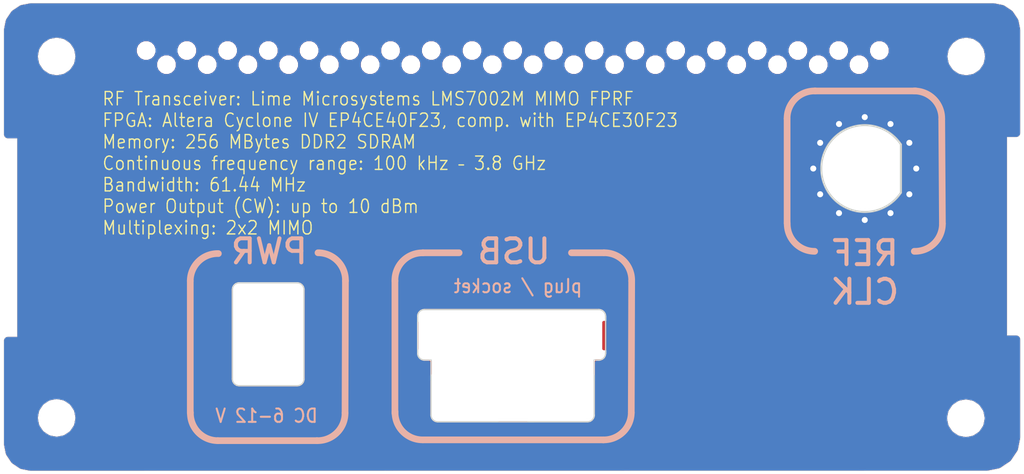
<source format=kicad_pcb>
(kicad_pcb (version 20160815) (host pcbnew "(2016-09-17 revision 679eef1)-makepkg")

  (general
    (links 16)
    (no_connects 0)
    (area 25.619999 92.929999 101.630001 127.950001)
    (thickness 1.6)
    (drawings 295)
    (tracks 0)
    (zones 0)
    (modules 43)
    (nets 2)
  )

  (page A4)
  (layers
    (0 F.Cu signal)
    (31 B.Cu signal)
    (32 B.Adhes user)
    (33 F.Adhes user)
    (34 B.Paste user)
    (35 F.Paste user)
    (36 B.SilkS user)
    (37 F.SilkS user)
    (38 B.Mask user)
    (39 F.Mask user)
    (40 Dwgs.User user)
    (41 Cmts.User user)
    (42 Eco1.User user)
    (43 Eco2.User user)
    (44 Edge.Cuts user)
    (45 Margin user)
    (46 B.CrtYd user)
    (47 F.CrtYd user)
    (48 B.Fab user)
    (49 F.Fab user)
  )

  (setup
    (last_trace_width 0.25)
    (trace_clearance 0.2)
    (zone_clearance 0)
    (zone_45_only yes)
    (trace_min 0.2)
    (segment_width 0.02)
    (edge_width 0.1)
    (via_size 0.8)
    (via_drill 0.4)
    (via_min_size 0.4)
    (via_min_drill 0.3)
    (uvia_size 0.3)
    (uvia_drill 0.1)
    (uvias_allowed no)
    (uvia_min_size 0.2)
    (uvia_min_drill 0.1)
    (pcb_text_width 0.3)
    (pcb_text_size 1.5 1.5)
    (mod_edge_width 0.15)
    (mod_text_size 1 1)
    (mod_text_width 0.15)
    (pad_size 1.6 1.6)
    (pad_drill 1.6)
    (pad_to_mask_clearance 0)
    (aux_axis_origin 24.95 92.3)
    (grid_origin 56.965227 115.867916)
    (visible_elements 7FFFFFFF)
    (pcbplotparams
      (layerselection 0x010f0_ffffffff)
      (usegerberextensions true)
      (excludeedgelayer true)
      (linewidth 0.150000)
      (plotframeref false)
      (viasonmask false)
      (mode 1)
      (useauxorigin true)
      (hpglpennumber 1)
      (hpglpenspeed 20)
      (hpglpendiameter 15)
      (psnegative false)
      (psa4output false)
      (plotreference false)
      (plotvalue false)
      (plotinvisibletext false)
      (padsonsilk false)
      (subtractmaskfromsilk true)
      (outputformat 1)
      (mirror false)
      (drillshape 0)
      (scaleselection 1)
      (outputdirectory ../_Gerber/20160924_rear_panel/))
  )

  (net 0 "")
  (net 1 GND)

  (net_class Default "This is the default net class."
    (clearance 0.2)
    (trace_width 0.25)
    (via_dia 0.8)
    (via_drill 0.4)
    (uvia_dia 0.3)
    (uvia_drill 0.1)
    (diff_pair_gap 0.25)
    (diff_pair_width 0.2)
    (add_net GND)
  )

  (module Ohisja:hole (layer F.Cu) (tedit 57E7AB14) (tstamp 57DD630C)
    (at 43.8765 97.54)
    (descr "Mounting Hole 2.2mm, no annular, M2")
    (tags "mounting hole 2.2mm no annular m2")
    (fp_text reference REF** (at 0 -1.86) (layer F.SilkS) hide
      (effects (font (size 1 1) (thickness 0.15)))
    )
    (fp_text value Hole (at -0.02 1.59) (layer F.Fab) hide
      (effects (font (size 1 1) (thickness 0.15)))
    )
    (pad "" np_thru_hole circle (at 0 0) (size 1 1) (drill 1) (layers *.Cu *.Mask))
  )

  (module Ohisja:hole (layer F.Cu) (tedit 57E7AB14) (tstamp 57DD6308)
    (at 46.922 97.54)
    (descr "Mounting Hole 2.2mm, no annular, M2")
    (tags "mounting hole 2.2mm no annular m2")
    (fp_text reference REF** (at 0 -1.86) (layer F.SilkS) hide
      (effects (font (size 1 1) (thickness 0.15)))
    )
    (fp_text value Hole (at -0.02 1.59) (layer F.Fab) hide
      (effects (font (size 1 1) (thickness 0.15)))
    )
    (pad "" np_thru_hole circle (at 0 0) (size 1 1) (drill 1) (layers *.Cu *.Mask))
  )

  (module Ohisja:hole (layer F.Cu) (tedit 57E7AB14) (tstamp 57DD6300)
    (at 37.7855 97.54)
    (descr "Mounting Hole 2.2mm, no annular, M2")
    (tags "mounting hole 2.2mm no annular m2")
    (fp_text reference REF** (at 0 -1.86) (layer F.SilkS) hide
      (effects (font (size 1 1) (thickness 0.15)))
    )
    (fp_text value Hole (at -0.02 1.59) (layer F.Fab) hide
      (effects (font (size 1 1) (thickness 0.15)))
    )
    (pad "" np_thru_hole circle (at 0 0) (size 1 1) (drill 1) (layers *.Cu *.Mask))
  )

  (module Ohisja:hole (layer F.Cu) (tedit 57E7AB14) (tstamp 57DD62FC)
    (at 53.013 97.54)
    (descr "Mounting Hole 2.2mm, no annular, M2")
    (tags "mounting hole 2.2mm no annular m2")
    (fp_text reference REF** (at 0 -1.86) (layer F.SilkS) hide
      (effects (font (size 1 1) (thickness 0.15)))
    )
    (fp_text value Hole (at -0.02 1.59) (layer F.Fab) hide
      (effects (font (size 1 1) (thickness 0.15)))
    )
    (pad "" np_thru_hole circle (at 0 0) (size 1 1) (drill 1) (layers *.Cu *.Mask))
  )

  (module Ohisja:hole (layer F.Cu) (tedit 57E7AB14) (tstamp 57DD62F8)
    (at 40.831 97.54)
    (descr "Mounting Hole 2.2mm, no annular, M2")
    (tags "mounting hole 2.2mm no annular m2")
    (fp_text reference REF** (at 0 -1.86) (layer F.SilkS) hide
      (effects (font (size 1 1) (thickness 0.15)))
    )
    (fp_text value Hole (at -0.02 1.59) (layer F.Fab) hide
      (effects (font (size 1 1) (thickness 0.15)))
    )
    (pad "" np_thru_hole circle (at 0 0) (size 1 1) (drill 1) (layers *.Cu *.Mask))
  )

  (module Ohisja:hole (layer F.Cu) (tedit 57E7AB14) (tstamp 57DD62F4)
    (at 49.9675 97.54)
    (descr "Mounting Hole 2.2mm, no annular, M2")
    (tags "mounting hole 2.2mm no annular m2")
    (fp_text reference REF** (at 0 -1.86) (layer F.SilkS) hide
      (effects (font (size 1 1) (thickness 0.15)))
    )
    (fp_text value Hole (at -0.02 1.59) (layer F.Fab) hide
      (effects (font (size 1 1) (thickness 0.15)))
    )
    (pad "" np_thru_hole circle (at 0 0) (size 1 1) (drill 1) (layers *.Cu *.Mask))
  )

  (module Ohisja:hole (layer F.Cu) (tedit 57E7AB14) (tstamp 57DD62F0)
    (at 74.3315 97.54)
    (descr "Mounting Hole 2.2mm, no annular, M2")
    (tags "mounting hole 2.2mm no annular m2")
    (fp_text reference REF** (at 0 -1.86) (layer F.SilkS) hide
      (effects (font (size 1 1) (thickness 0.15)))
    )
    (fp_text value Hole (at -0.02 1.59) (layer F.Fab) hide
      (effects (font (size 1 1) (thickness 0.15)))
    )
    (pad "" np_thru_hole circle (at 0 0) (size 1 1) (drill 1) (layers *.Cu *.Mask))
  )

  (module Ohisja:hole (layer F.Cu) (tedit 57E7AB14) (tstamp 57DD62EC)
    (at 59.104 97.54)
    (descr "Mounting Hole 2.2mm, no annular, M2")
    (tags "mounting hole 2.2mm no annular m2")
    (fp_text reference REF** (at 0 -1.86) (layer F.SilkS) hide
      (effects (font (size 1 1) (thickness 0.15)))
    )
    (fp_text value Hole (at -0.02 1.59) (layer F.Fab) hide
      (effects (font (size 1 1) (thickness 0.15)))
    )
    (pad "" np_thru_hole circle (at 0 0) (size 1 1) (drill 1) (layers *.Cu *.Mask))
  )

  (module Ohisja:hole (layer F.Cu) (tedit 57E7AB14) (tstamp 57DD62E8)
    (at 62.1495 97.54)
    (descr "Mounting Hole 2.2mm, no annular, M2")
    (tags "mounting hole 2.2mm no annular m2")
    (fp_text reference REF** (at 0 -1.86) (layer F.SilkS) hide
      (effects (font (size 1 1) (thickness 0.15)))
    )
    (fp_text value Hole (at -0.02 1.59) (layer F.Fab) hide
      (effects (font (size 1 1) (thickness 0.15)))
    )
    (pad "" np_thru_hole circle (at 0 0) (size 1 1) (drill 1) (layers *.Cu *.Mask))
  )

  (module Ohisja:hole (layer F.Cu) (tedit 57E7AB14) (tstamp 57DD62E4)
    (at 68.2405 97.54)
    (descr "Mounting Hole 2.2mm, no annular, M2")
    (tags "mounting hole 2.2mm no annular m2")
    (fp_text reference REF** (at 0 -1.86) (layer F.SilkS) hide
      (effects (font (size 1 1) (thickness 0.15)))
    )
    (fp_text value Hole (at -0.02 1.59) (layer F.Fab) hide
      (effects (font (size 1 1) (thickness 0.15)))
    )
    (pad "" np_thru_hole circle (at 0 0) (size 1 1) (drill 1) (layers *.Cu *.Mask))
  )

  (module Ohisja:hole (layer F.Cu) (tedit 57E7AB14) (tstamp 57DD62E0)
    (at 71.286 97.54)
    (descr "Mounting Hole 2.2mm, no annular, M2")
    (tags "mounting hole 2.2mm no annular m2")
    (fp_text reference REF** (at 0 -1.86) (layer F.SilkS) hide
      (effects (font (size 1 1) (thickness 0.15)))
    )
    (fp_text value Hole (at -0.02 1.59) (layer F.Fab) hide
      (effects (font (size 1 1) (thickness 0.15)))
    )
    (pad "" np_thru_hole circle (at 0 0) (size 1 1) (drill 1) (layers *.Cu *.Mask))
  )

  (module Ohisja:hole (layer F.Cu) (tedit 57E7AB14) (tstamp 57DD62DC)
    (at 65.195 97.54)
    (descr "Mounting Hole 2.2mm, no annular, M2")
    (tags "mounting hole 2.2mm no annular m2")
    (fp_text reference REF** (at 0 -1.86) (layer F.SilkS) hide
      (effects (font (size 1 1) (thickness 0.15)))
    )
    (fp_text value Hole (at -0.02 1.59) (layer F.Fab) hide
      (effects (font (size 1 1) (thickness 0.15)))
    )
    (pad "" np_thru_hole circle (at 0 0) (size 1 1) (drill 1) (layers *.Cu *.Mask))
  )

  (module Ohisja:hole (layer F.Cu) (tedit 57E7AB14) (tstamp 57DD62D8)
    (at 56.0585 97.54)
    (descr "Mounting Hole 2.2mm, no annular, M2")
    (tags "mounting hole 2.2mm no annular m2")
    (fp_text reference REF** (at 0 -1.86) (layer F.SilkS) hide
      (effects (font (size 1 1) (thickness 0.15)))
    )
    (fp_text value Hole (at -0.02 1.59) (layer F.Fab) hide
      (effects (font (size 1 1) (thickness 0.15)))
    )
    (pad "" np_thru_hole circle (at 0 0) (size 1 1) (drill 1) (layers *.Cu *.Mask))
  )

  (module Ohisja:hole (layer F.Cu) (tedit 57E7AB14) (tstamp 57DD62D4)
    (at 89.559 97.54)
    (descr "Mounting Hole 2.2mm, no annular, M2")
    (tags "mounting hole 2.2mm no annular m2")
    (fp_text reference REF** (at 0 -1.86) (layer F.SilkS) hide
      (effects (font (size 1 1) (thickness 0.15)))
    )
    (fp_text value Hole (at -0.02 1.59) (layer F.Fab) hide
      (effects (font (size 1 1) (thickness 0.15)))
    )
    (pad "" np_thru_hole circle (at 0 0) (size 1 1) (drill 1) (layers *.Cu *.Mask))
  )

  (module Ohisja:hole (layer F.Cu) (tedit 57E7AB14) (tstamp 57DD62D0)
    (at 80.4225 97.54)
    (descr "Mounting Hole 2.2mm, no annular, M2")
    (tags "mounting hole 2.2mm no annular m2")
    (fp_text reference REF** (at 0 -1.86) (layer F.SilkS) hide
      (effects (font (size 1 1) (thickness 0.15)))
    )
    (fp_text value Hole (at -0.02 1.59) (layer F.Fab) hide
      (effects (font (size 1 1) (thickness 0.15)))
    )
    (pad "" np_thru_hole circle (at 0 0) (size 1 1) (drill 1) (layers *.Cu *.Mask))
  )

  (module Ohisja:hole (layer F.Cu) (tedit 57E7AB14) (tstamp 57DD62CC)
    (at 83.468 97.54)
    (descr "Mounting Hole 2.2mm, no annular, M2")
    (tags "mounting hole 2.2mm no annular m2")
    (fp_text reference REF** (at 0 -1.86) (layer F.SilkS) hide
      (effects (font (size 1 1) (thickness 0.15)))
    )
    (fp_text value Hole (at -0.02 1.59) (layer F.Fab) hide
      (effects (font (size 1 1) (thickness 0.15)))
    )
    (pad "" np_thru_hole circle (at 0 0) (size 1 1) (drill 1) (layers *.Cu *.Mask))
  )

  (module Ohisja:hole (layer F.Cu) (tedit 57E7AB14) (tstamp 57DD62C8)
    (at 86.5135 97.54)
    (descr "Mounting Hole 2.2mm, no annular, M2")
    (tags "mounting hole 2.2mm no annular m2")
    (fp_text reference REF** (at 0 -1.86) (layer F.SilkS) hide
      (effects (font (size 1 1) (thickness 0.15)))
    )
    (fp_text value Hole (at -0.02 1.59) (layer F.Fab) hide
      (effects (font (size 1 1) (thickness 0.15)))
    )
    (pad "" np_thru_hole circle (at 0 0) (size 1 1) (drill 1) (layers *.Cu *.Mask))
  )

  (module Ohisja:hole (layer F.Cu) (tedit 57E7AB14) (tstamp 57DD62C4)
    (at 77.377 97.54)
    (descr "Mounting Hole 2.2mm, no annular, M2")
    (tags "mounting hole 2.2mm no annular m2")
    (fp_text reference REF** (at 0 -1.86) (layer F.SilkS) hide
      (effects (font (size 1 1) (thickness 0.15)))
    )
    (fp_text value Hole (at -0.02 1.59) (layer F.Fab) hide
      (effects (font (size 1 1) (thickness 0.15)))
    )
    (pad "" np_thru_hole circle (at 0 0) (size 1 1) (drill 1) (layers *.Cu *.Mask))
  )

  (module Ohisja:hole (layer F.Cu) (tedit 57E7AB14) (tstamp 57DD60BC)
    (at 91.0845 96.48)
    (descr "Mounting Hole 2.2mm, no annular, M2")
    (tags "mounting hole 2.2mm no annular m2")
    (fp_text reference REF** (at 0 -1.86) (layer F.SilkS) hide
      (effects (font (size 1 1) (thickness 0.15)))
    )
    (fp_text value Hole (at -0.02 1.59) (layer F.Fab) hide
      (effects (font (size 1 1) (thickness 0.15)))
    )
    (pad "" np_thru_hole circle (at 0 0) (size 1 1) (drill 1) (layers *.Cu *.Mask))
  )

  (module Ohisja:hole (layer F.Cu) (tedit 57E7AB14) (tstamp 57DD60B8)
    (at 88.039 96.48)
    (descr "Mounting Hole 2.2mm, no annular, M2")
    (tags "mounting hole 2.2mm no annular m2")
    (fp_text reference REF** (at 0 -1.86) (layer F.SilkS) hide
      (effects (font (size 1 1) (thickness 0.15)))
    )
    (fp_text value Hole (at -0.02 1.59) (layer F.Fab) hide
      (effects (font (size 1 1) (thickness 0.15)))
    )
    (pad "" np_thru_hole circle (at 0 0) (size 1 1) (drill 1) (layers *.Cu *.Mask))
  )

  (module Ohisja:hole (layer F.Cu) (tedit 57E7AB14) (tstamp 57DD60B4)
    (at 84.9935 96.48)
    (descr "Mounting Hole 2.2mm, no annular, M2")
    (tags "mounting hole 2.2mm no annular m2")
    (fp_text reference REF** (at 0 -1.86) (layer F.SilkS) hide
      (effects (font (size 1 1) (thickness 0.15)))
    )
    (fp_text value Hole (at -0.02 1.59) (layer F.Fab) hide
      (effects (font (size 1 1) (thickness 0.15)))
    )
    (pad "" np_thru_hole circle (at 0 0) (size 1 1) (drill 1) (layers *.Cu *.Mask))
  )

  (module Ohisja:hole (layer F.Cu) (tedit 57E7AB14) (tstamp 57DD60B0)
    (at 81.948 96.48)
    (descr "Mounting Hole 2.2mm, no annular, M2")
    (tags "mounting hole 2.2mm no annular m2")
    (fp_text reference REF** (at 0 -1.86) (layer F.SilkS) hide
      (effects (font (size 1 1) (thickness 0.15)))
    )
    (fp_text value Hole (at -0.02 1.59) (layer F.Fab) hide
      (effects (font (size 1 1) (thickness 0.15)))
    )
    (pad "" np_thru_hole circle (at 0 0) (size 1 1) (drill 1) (layers *.Cu *.Mask))
  )

  (module Ohisja:hole (layer F.Cu) (tedit 57E7AB14) (tstamp 57DD60AC)
    (at 78.9025 96.48)
    (descr "Mounting Hole 2.2mm, no annular, M2")
    (tags "mounting hole 2.2mm no annular m2")
    (fp_text reference REF** (at 0 -1.86) (layer F.SilkS) hide
      (effects (font (size 1 1) (thickness 0.15)))
    )
    (fp_text value Hole (at -0.02 1.59) (layer F.Fab) hide
      (effects (font (size 1 1) (thickness 0.15)))
    )
    (pad "" np_thru_hole circle (at 0 0) (size 1 1) (drill 1) (layers *.Cu *.Mask))
  )

  (module Ohisja:hole (layer F.Cu) (tedit 57E7AB14) (tstamp 57DD60A8)
    (at 75.857 96.48)
    (descr "Mounting Hole 2.2mm, no annular, M2")
    (tags "mounting hole 2.2mm no annular m2")
    (fp_text reference REF** (at 0 -1.86) (layer F.SilkS) hide
      (effects (font (size 1 1) (thickness 0.15)))
    )
    (fp_text value Hole (at -0.02 1.59) (layer F.Fab) hide
      (effects (font (size 1 1) (thickness 0.15)))
    )
    (pad "" np_thru_hole circle (at 0 0) (size 1 1) (drill 1) (layers *.Cu *.Mask))
  )

  (module Ohisja:hole (layer F.Cu) (tedit 57E7AB14) (tstamp 57DD60A4)
    (at 72.8115 96.48)
    (descr "Mounting Hole 2.2mm, no annular, M2")
    (tags "mounting hole 2.2mm no annular m2")
    (fp_text reference REF** (at 0 -1.86) (layer F.SilkS) hide
      (effects (font (size 1 1) (thickness 0.15)))
    )
    (fp_text value Hole (at -0.02 1.59) (layer F.Fab) hide
      (effects (font (size 1 1) (thickness 0.15)))
    )
    (pad "" np_thru_hole circle (at 0 0) (size 1 1) (drill 1) (layers *.Cu *.Mask))
  )

  (module Ohisja:hole (layer F.Cu) (tedit 57E7AB14) (tstamp 57DD60A0)
    (at 69.766 96.48)
    (descr "Mounting Hole 2.2mm, no annular, M2")
    (tags "mounting hole 2.2mm no annular m2")
    (fp_text reference REF** (at 0 -1.86) (layer F.SilkS) hide
      (effects (font (size 1 1) (thickness 0.15)))
    )
    (fp_text value Hole (at -0.02 1.59) (layer F.Fab) hide
      (effects (font (size 1 1) (thickness 0.15)))
    )
    (pad "" np_thru_hole circle (at 0 0) (size 1 1) (drill 1) (layers *.Cu *.Mask))
  )

  (module Ohisja:hole (layer F.Cu) (tedit 57E7AB14) (tstamp 57DD609C)
    (at 66.7205 96.48)
    (descr "Mounting Hole 2.2mm, no annular, M2")
    (tags "mounting hole 2.2mm no annular m2")
    (fp_text reference REF** (at 0 -1.86) (layer F.SilkS) hide
      (effects (font (size 1 1) (thickness 0.15)))
    )
    (fp_text value Hole (at -0.02 1.59) (layer F.Fab) hide
      (effects (font (size 1 1) (thickness 0.15)))
    )
    (pad "" np_thru_hole circle (at 0 0) (size 1 1) (drill 1) (layers *.Cu *.Mask))
  )

  (module Ohisja:hole (layer F.Cu) (tedit 57E7AB14) (tstamp 57DD6098)
    (at 63.675 96.48)
    (descr "Mounting Hole 2.2mm, no annular, M2")
    (tags "mounting hole 2.2mm no annular m2")
    (fp_text reference REF** (at 0 -1.86) (layer F.SilkS) hide
      (effects (font (size 1 1) (thickness 0.15)))
    )
    (fp_text value Hole (at -0.02 1.59) (layer F.Fab) hide
      (effects (font (size 1 1) (thickness 0.15)))
    )
    (pad "" np_thru_hole circle (at 0 0) (size 1 1) (drill 1) (layers *.Cu *.Mask))
  )

  (module Ohisja:hole (layer F.Cu) (tedit 57E7AB14) (tstamp 57DD6094)
    (at 60.6295 96.48)
    (descr "Mounting Hole 2.2mm, no annular, M2")
    (tags "mounting hole 2.2mm no annular m2")
    (fp_text reference REF** (at 0 -1.86) (layer F.SilkS) hide
      (effects (font (size 1 1) (thickness 0.15)))
    )
    (fp_text value Hole (at -0.02 1.59) (layer F.Fab) hide
      (effects (font (size 1 1) (thickness 0.15)))
    )
    (pad "" np_thru_hole circle (at 0 0) (size 1 1) (drill 1) (layers *.Cu *.Mask))
  )

  (module Ohisja:hole (layer F.Cu) (tedit 57E7AB14) (tstamp 57DD6090)
    (at 57.584 96.48)
    (descr "Mounting Hole 2.2mm, no annular, M2")
    (tags "mounting hole 2.2mm no annular m2")
    (fp_text reference REF** (at 0 -1.86) (layer F.SilkS) hide
      (effects (font (size 1 1) (thickness 0.15)))
    )
    (fp_text value Hole (at -0.02 1.59) (layer F.Fab) hide
      (effects (font (size 1 1) (thickness 0.15)))
    )
    (pad "" np_thru_hole circle (at 0 0) (size 1 1) (drill 1) (layers *.Cu *.Mask))
  )

  (module Ohisja:hole (layer F.Cu) (tedit 57E7AB14) (tstamp 57DD608C)
    (at 54.5385 96.48)
    (descr "Mounting Hole 2.2mm, no annular, M2")
    (tags "mounting hole 2.2mm no annular m2")
    (fp_text reference REF** (at 0 -1.86) (layer F.SilkS) hide
      (effects (font (size 1 1) (thickness 0.15)))
    )
    (fp_text value Hole (at -0.02 1.59) (layer F.Fab) hide
      (effects (font (size 1 1) (thickness 0.15)))
    )
    (pad "" np_thru_hole circle (at 0 0) (size 1 1) (drill 1) (layers *.Cu *.Mask))
  )

  (module Ohisja:hole (layer F.Cu) (tedit 57E7AB14) (tstamp 57DD6088)
    (at 51.493 96.48)
    (descr "Mounting Hole 2.2mm, no annular, M2")
    (tags "mounting hole 2.2mm no annular m2")
    (fp_text reference REF** (at 0 -1.86) (layer F.SilkS) hide
      (effects (font (size 1 1) (thickness 0.15)))
    )
    (fp_text value Hole (at -0.02 1.59) (layer F.Fab) hide
      (effects (font (size 1 1) (thickness 0.15)))
    )
    (pad "" np_thru_hole circle (at 0 0) (size 1 1) (drill 1) (layers *.Cu *.Mask))
  )

  (module Ohisja:hole (layer F.Cu) (tedit 57E7AB14) (tstamp 57DD6084)
    (at 48.4475 96.48)
    (descr "Mounting Hole 2.2mm, no annular, M2")
    (tags "mounting hole 2.2mm no annular m2")
    (fp_text reference REF** (at 0 -1.86) (layer F.SilkS) hide
      (effects (font (size 1 1) (thickness 0.15)))
    )
    (fp_text value Hole (at -0.02 1.59) (layer F.Fab) hide
      (effects (font (size 1 1) (thickness 0.15)))
    )
    (pad "" np_thru_hole circle (at 0 0) (size 1 1) (drill 1) (layers *.Cu *.Mask))
  )

  (module Ohisja:hole (layer F.Cu) (tedit 57E7AB14) (tstamp 57DD6080)
    (at 45.402 96.48)
    (descr "Mounting Hole 2.2mm, no annular, M2")
    (tags "mounting hole 2.2mm no annular m2")
    (fp_text reference REF** (at 0 -1.86) (layer F.SilkS) hide
      (effects (font (size 1 1) (thickness 0.15)))
    )
    (fp_text value Hole (at -0.02 1.59) (layer F.Fab) hide
      (effects (font (size 1 1) (thickness 0.15)))
    )
    (pad "" np_thru_hole circle (at 0 0) (size 1 1) (drill 1) (layers *.Cu *.Mask))
  )

  (module Ohisja:hole (layer F.Cu) (tedit 57E7AB14) (tstamp 57DD607C)
    (at 42.3565 96.48)
    (descr "Mounting Hole 2.2mm, no annular, M2")
    (tags "mounting hole 2.2mm no annular m2")
    (fp_text reference REF** (at 0 -1.86) (layer F.SilkS) hide
      (effects (font (size 1 1) (thickness 0.15)))
    )
    (fp_text value Hole (at -0.02 1.59) (layer F.Fab) hide
      (effects (font (size 1 1) (thickness 0.15)))
    )
    (pad "" np_thru_hole circle (at 0 0) (size 1 1) (drill 1) (layers *.Cu *.Mask))
  )

  (module Ohisja:hole (layer F.Cu) (tedit 57E7AB14) (tstamp 57DD6078)
    (at 39.311 96.48)
    (descr "Mounting Hole 2.2mm, no annular, M2")
    (tags "mounting hole 2.2mm no annular m2")
    (fp_text reference REF** (at 0 -1.86) (layer F.SilkS) hide
      (effects (font (size 1 1) (thickness 0.15)))
    )
    (fp_text value Hole (at -0.02 1.59) (layer F.Fab) hide
      (effects (font (size 1 1) (thickness 0.15)))
    )
    (pad "" np_thru_hole circle (at 0 0) (size 1 1) (drill 1) (layers *.Cu *.Mask))
  )

  (module Ohisja:hole (layer F.Cu) (tedit 57E7AB14) (tstamp 57DD6074)
    (at 36.2655 96.48)
    (descr "Mounting Hole 2.2mm, no annular, M2")
    (tags "mounting hole 2.2mm no annular m2")
    (fp_text reference REF1 (at 0 -1.86) (layer F.SilkS) hide
      (effects (font (size 1 1) (thickness 0.15)))
    )
    (fp_text value Hole (at -0.02 1.59) (layer F.Fab) hide
      (effects (font (size 1 1) (thickness 0.15)))
    )
    (pad "" np_thru_hole circle (at 0 0) (size 1 1) (drill 1) (layers *.Cu *.Mask))
  )

  (module Connect:1pin (layer F.Cu) (tedit 57E7AB14) (tstamp 57D42815)
    (at 57.015227 120.207916)
    (descr "module 1 pin (ou trou mecanique de percage)")
    (tags DEV)
    (fp_text reference REF** (at 0 -4.175) (layer F.SilkS) hide
      (effects (font (size 1 1) (thickness 0.15)))
    )
    (fp_text value 1pin (at 0 2.794) (layer F.Fab)
      (effects (font (size 1 1) (thickness 0.15)))
    )
    (pad 1 smd roundrect (at 0 0) (size 1.2 1.2) (layers F.Cu F.Mask)(roundrect_rratio 0.1)
      (net 1 GND) (zone_connect 1) (thermal_width 0.5) (thermal_gap 0.3))
  )

  (module Connect:1pin (layer F.Cu) (tedit 57E7AB14) (tstamp 57D427FA)
    (at 70.325227 120.197916)
    (descr "module 1 pin (ou trou mecanique de percage)")
    (tags DEV)
    (fp_text reference REF** (at 0 -4.175) (layer F.SilkS) hide
      (effects (font (size 1 1) (thickness 0.15)))
    )
    (fp_text value 1pin (at 0 2.794) (layer F.Fab)
      (effects (font (size 1 1) (thickness 0.15)))
    )
    (pad 1 smd roundrect (at 0 0) (size 1.2 1.2) (layers F.Cu F.Mask)(roundrect_rratio 0.1)
      (net 1 GND) (zone_connect 1) (thermal_width 0.5) (thermal_gap 0.3))
  )

  (module Connect:1pin (layer F.Cu) (tedit 57E7AB14) (tstamp 57D427F0)
    (at 63.695227 124.527916 270)
    (descr "module 1 pin (ou trou mecanique de percage)")
    (tags DEV)
    (fp_text reference REF** (at 0 -4.175 270) (layer F.SilkS) hide
      (effects (font (size 1 1) (thickness 0.15)))
    )
    (fp_text value 1pin (at 0 2.794 270) (layer F.Fab)
      (effects (font (size 1 1) (thickness 0.15)))
    )
    (pad 1 smd roundrect (at 0 0 270) (size 0.6 2.2) (layers F.Cu F.Mask)(roundrect_rratio 0.1)
      (net 1 GND) (zone_connect 1) (thermal_width 0.3) (thermal_gap 0.5))
  )

  (module Connect:1pin (layer F.Cu) (tedit 57E7AB14) (tstamp 57D427BC)
    (at 56.015227 117.82 180)
    (descr "module 1 pin (ou trou mecanique de percage)")
    (tags DEV)
    (fp_text reference REF** (at 0 -4.175 180) (layer F.SilkS) hide
      (effects (font (size 1 1) (thickness 0.15)))
    )
    (fp_text value 1pin (at 0 2.794 180) (layer F.Fab)
      (effects (font (size 1 1) (thickness 0.15)))
    )
    (pad 1 smd roundrect (at 0 0 180) (size 1.2 2.2) (layers F.Cu F.Mask)(roundrect_rratio 0.1)
      (net 1 GND) (zone_connect 1) (thermal_width 0.5) (thermal_gap 0.5))
  )

  (module Ohisja:SMA_test1 (layer B.Cu) (tedit 57E7AB14) (tstamp 57ABA22E)
    (at 89.990227 105.313718 180)
    (fp_text reference REF** (at 0 -7.7 180) (layer Dwgs.User)
      (effects (font (size 1 1) (thickness 0.15)))
    )
    (fp_text value 2 (at 0 -6.7 180) (layer B.Fab)
      (effects (font (size 1 1) (thickness 0.15)) (justify mirror))
    )
    (fp_circle (center 0 0) (end 2.66 0) (layer B.Mask) (width 3))
    (fp_arc (start 0 0) (end -2.7 1.81) (angle -292.3265473) (layer Edge.Cuts) (width 0.15))
    (fp_circle (center 0 0) (end 6.25 0) (layer Dwgs.User) (width 0.15))
    (fp_line (start 0.2 -0.2) (end -0.2 0.2) (layer Dwgs.User) (width 0.15))
    (fp_line (start -0.2 -0.2) (end 0.2 0.2) (layer Dwgs.User) (width 0.15))
    (fp_line (start 4 -2.1) (end 4 2.1) (layer Dwgs.User) (width 0.15))
    (fp_line (start 0 -4.5) (end 4 -2.1) (layer Dwgs.User) (width 0.15))
    (fp_line (start -4 -2.1) (end 0 -4.5) (layer Dwgs.User) (width 0.15))
    (fp_line (start -4 2.1) (end -4 -2.1) (layer Dwgs.User) (width 0.15))
    (fp_line (start 0 4.5) (end -4 2.1) (layer Dwgs.User) (width 0.15))
    (fp_line (start 4 2.1) (end 0 4.5) (layer Dwgs.User) (width 0.15))
    (fp_line (start -2.7 1.81) (end -2.7 -1.81) (layer Edge.Cuts) (width 0.15))
    (fp_circle (center 0 0) (end 4.5 0) (layer Dwgs.User) (width 0.15))
    (fp_circle (center 0 0) (end 3.25 0) (layer Dwgs.User) (width 0.15))
    (fp_line (start -2.93 1.84) (end -2.93 -1.85) (layer B.Mask) (width 0.7))
    (fp_circle (center 0 0) (end 3.83 0) (layer B.Mask) (width 1.35))
    (fp_line (start -2.92 1.98) (end -2.92 -1.99) (layer F.Mask) (width 0.7))
    (fp_circle (center 0 0) (end 3.83 0) (layer F.Mask) (width 1.35))
    (fp_circle (center 0 0) (end 2.66 0) (layer F.Mask) (width 3))
    (pad 1 thru_hole circle (at 3.85 0 270) (size 0.8 0.8) (drill 0.45) (layers *.Cu)
      (net 1 GND))
    (pad 1 thru_hole circle (at 3.334198 1.925 240) (size 0.8 0.8) (drill 0.45) (layers *.Cu)
      (net 1 GND))
    (pad 1 thru_hole circle (at 1.925 3.334198 210) (size 0.8 0.8) (drill 0.45) (layers *.Cu)
      (net 1 GND))
    (pad 1 thru_hole circle (at 0 3.85 180) (size 0.8 0.8) (drill 0.45) (layers *.Cu)
      (net 1 GND))
    (pad 1 thru_hole circle (at -1.925 3.334198 150) (size 0.8 0.8) (drill 0.45) (layers *.Cu)
      (net 1 GND))
    (pad 1 thru_hole circle (at -3.334198 1.925 120) (size 0.8 0.8) (drill 0.45) (layers *.Cu)
      (net 1 GND))
    (pad 1 thru_hole circle (at -3.85 0 90) (size 0.8 0.8) (drill 0.45) (layers *.Cu)
      (net 1 GND))
    (pad 1 thru_hole circle (at -3.334198 -1.925 60) (size 0.8 0.8) (drill 0.45) (layers *.Cu)
      (net 1 GND))
    (pad 1 thru_hole circle (at -1.925 -3.334198 30) (size 0.8 0.8) (drill 0.45) (layers *.Cu)
      (net 1 GND))
    (pad 1 thru_hole circle (at 0 -3.85) (size 0.8 0.8) (drill 0.45) (layers *.Cu)
      (net 1 GND))
    (pad 1 thru_hole circle (at 1.925 -3.334198 330) (size 0.8 0.8) (drill 0.45) (layers *.Cu)
      (net 1 GND))
    (pad 1 thru_hole circle (at 3.334198 -1.925 300) (size 0.8 0.8) (drill 0.45) (layers *.Cu)
      (net 1 GND))
    (model D:/Dropbox/Projekti/Ohisja/sma.wrl
      (at (xyz 0 -0.02559055118110237 -0.1377952755905512))
      (scale (xyz 0.3937 0.3937 0.3937))
      (rotate (xyz 0 0 0))
    )
  )

  (module Connect:1pin (layer F.Cu) (tedit 57E7AB14) (tstamp 57C9F2A1)
    (at 70.965227 117.815001 180)
    (descr "module 1 pin (ou trou mecanique de percage)")
    (tags DEV)
    (fp_text reference REF** (at 0 -4.175 180) (layer F.SilkS) hide
      (effects (font (size 1 1) (thickness 0.15)))
    )
    (fp_text value 1pin (at 0 2.794 180) (layer F.Fab)
      (effects (font (size 1 1) (thickness 0.15)))
    )
    (pad 1 smd roundrect (at 0 0 180) (size 1.2 2.2) (layers F.Cu F.Mask)(roundrect_rratio 0.1)
      (net 1 GND) (zone_connect 1) (thermal_width 0.5) (thermal_gap 0.5))
  )

  (gr_line (start 99.14 121.54) (end 28.26 121.54) (layer Dwgs.User) (width 0.02))
  (gr_line (start 99.141041 119.937925) (end 99.143865 121.902356) (layer Dwgs.User) (width 0.1))
  (gr_line (start 99.14 119.94) (end 99.14 121.54) (layer Dwgs.User) (width 0.1))
  (gr_text "RF Transceiver: Lime Microsystems LMS7002M MIMO FPRF\nFPGA: Altera Cyclone IV EP4CE40F23, comp. with EP4CE30F23\nMemory: 256 MBytes DDR2 SDRAM\nContinuous frequency range: 100 kHz – 3.8 GHz\nBandwidth: 61.44 MHz\nPower Output (CW): up to 10 dBm\nMultiplexing: 2x2 MIMO" (at 32.93 104.92) (layer F.SilkS)
    (effects (font (size 1 0.9) (thickness 0.1)) (justify left))
  )
  (gr_text "plug / socket" (at 64.065227 114.117916) (layer B.SilkS) (tstamp 57B64499)
    (effects (font (size 1 0.9) (thickness 0.15)) (justify mirror))
  )
  (gr_text "DC 6-12 V" (at 45.265227 123.817916) (layer B.SilkS) (tstamp 57B64349)
    (effects (font (size 1 0.9) (thickness 0.15)) (justify mirror))
  )
  (gr_line (start 59.665227 111.617916) (end 56.965227 111.617916) (layer B.SilkS) (width 0.5))
  (gr_line (start 70.465227 111.617916) (end 68.065227 111.617916) (layer B.SilkS) (width 0.5))
  (gr_arc (start 70.485227 123.567916) (end 70.435227 125.617916) (angle -91.39718103) (layer B.SilkS) (width 0.5) (tstamp 57B6427F))
  (gr_arc (start 56.925227 123.567306) (end 54.875227 123.517306) (angle -91.4) (layer B.SilkS) (width 0.5) (tstamp 57B6427E))
  (gr_line (start 56.965227 125.617916) (end 70.465227 125.617916) (layer B.SilkS) (width 0.5) (tstamp 57B6427D))
  (gr_line (start 54.865227 123.617916) (end 54.865227 113.717916) (layer B.SilkS) (width 0.5) (tstamp 57B6427C))
  (gr_arc (start 56.915373 113.674296) (end 56.965373 111.624296) (angle -92.61605329) (layer B.SilkS) (width 0.5) (tstamp 57B6427B))
  (gr_arc (start 70.515227 113.667916) (end 72.565227 113.717916) (angle -91.39718103) (layer B.SilkS) (width 0.5) (tstamp 57B6427A))
  (gr_line (start 72.535227 123.587916) (end 72.565227 113.717916) (layer B.SilkS) (width 0.5) (tstamp 57B64279))
  (gr_line (start 39.565227 123.617916) (end 39.565227 113.717916) (layer B.SilkS) (width 0.5))
  (gr_arc (start 41.615837 113.727916) (end 41.665837 111.677916) (angle -91.39718103) (layer B.SilkS) (width 0.5) (tstamp 57B641C9))
  (gr_arc (start 41.625227 123.627306) (end 39.575227 123.577306) (angle -91.4) (layer B.SilkS) (width 0.5) (tstamp 57B641C7))
  (gr_line (start 41.63 125.678) (end 49.045227 125.678) (layer B.SilkS) (width 0.5) (tstamp 57B641C6))
  (gr_arc (start 49.085227 123.627916) (end 49.035227 125.677916) (angle -91.39718103) (layer B.SilkS) (width 0.5) (tstamp 57B641C5))
  (gr_line (start 51.135227 123.587916) (end 51.165227 113.717916) (layer B.SilkS) (width 0.5) (tstamp 57B641C4))
  (gr_arc (start 49.115227 113.667916) (end 51.165227 113.717916) (angle -91.39718103) (layer B.SilkS) (width 0.5) (tstamp 57B641C3))
  (gr_text PWR (at 45.465227 111.517916) (layer B.SilkS) (tstamp 57B64190)
    (effects (font (size 1.8 1.8) (thickness 0.3)) (justify mirror))
  )
  (gr_text USB (at 63.765227 111.517916) (layer B.SilkS) (tstamp 57B64181)
    (effects (font (size 1.8 1.8) (thickness 0.3)) (justify mirror))
  )
  (gr_line (start 69.265227 124.267916) (end 58.065227 124.267916) (layer Edge.Cuts) (width 0.1) (tstamp 57B63D26))
  (gr_arc (start 69.265227 123.767916) (end 69.765227 123.767916) (angle 90) (layer Edge.Cuts) (width 0.1) (tstamp 57B63D18))
  (gr_line (start 69.765227 119.647916) (end 69.765227 123.767916) (layer Edge.Cuts) (width 0.1) (tstamp 57B63D0C))
  (gr_line (start 43.215227 121.567916) (end 47.565227 121.567916) (layer Edge.Cuts) (width 0.1) (tstamp 57B63C92))
  (gr_arc (start 47.565227 121.067916) (end 48.065227 121.067916) (angle 90) (layer Edge.Cuts) (width 0.1) (tstamp 57B63C91))
  (gr_line (start 48.065227 114.367916) (end 48.065227 121.067916) (layer Edge.Cuts) (width 0.1) (tstamp 57B63C90))
  (gr_arc (start 47.565227 114.367916) (end 47.565227 113.867916) (angle 90) (layer Edge.Cuts) (width 0.1) (tstamp 57B63C8F))
  (gr_line (start 47.565227 113.867916) (end 43.215227 113.867916) (layer Edge.Cuts) (width 0.1) (tstamp 57B63C8E))
  (gr_arc (start 43.215227 114.367916) (end 42.715227 114.367916) (angle 90) (layer Edge.Cuts) (width 0.1) (tstamp 57B63C8D))
  (gr_line (start 42.715227 114.367916) (end 42.715227 121.067916) (layer Edge.Cuts) (width 0.1) (tstamp 57B63C8C))
  (gr_arc (start 43.215227 121.067916) (end 43.215227 121.567916) (angle 90) (layer Edge.Cuts) (width 0.1) (tstamp 57B63C8B))
  (gr_arc (start 58.065227 123.767916) (end 58.065227 124.267916) (angle 90) (layer Edge.Cuts) (width 0.1) (tstamp 57B63C4B))
  (gr_line (start 57.565227 119.647916) (end 57.565227 123.767916) (layer Edge.Cuts) (width 0.1))
  (gr_line (start 69.765227 119.647916) (end 70.115227 119.647916) (layer Edge.Cuts) (width 0.1))
  (gr_line (start 57.565227 119.647916) (end 57.065227 119.647916) (layer Edge.Cuts) (width 0.1))
  (gr_arc (start 70.115227 119.147916) (end 70.615227 119.147916) (angle 90) (layer Edge.Cuts) (width 0.1) (tstamp 57B63BFF))
  (gr_line (start 70.615227 116.367916) (end 70.615227 119.147916) (layer Edge.Cuts) (width 0.1))
  (gr_arc (start 57.065227 119.147916) (end 57.065227 119.647916) (angle 90) (layer Edge.Cuts) (width 0.1) (tstamp 57B63BC7))
  (gr_line (start 56.565227 116.367916) (end 56.565227 119.147916) (layer Edge.Cuts) (width 0.1))
  (gr_arc (start 57.065227 116.367916) (end 56.565227 116.367916) (angle 90) (layer Edge.Cuts) (width 0.1) (tstamp 57B63B94))
  (gr_line (start 70.115227 115.867916) (end 57.065227 115.867916) (layer Edge.Cuts) (width 0.1))
  (gr_arc (start 70.115227 116.367916) (end 70.115227 115.867916) (angle 90) (layer Edge.Cuts) (width 0.1))
  (gr_line (start 37.384773 99.597916) (end 36.984773 99.997917) (layer Dwgs.User) (width 0.2) (tstamp 57ABA1D5))
  (gr_line (start 36.984773 99.597916) (end 37.384774 99.997915) (layer Dwgs.User) (width 0.2) (tstamp 57ABA1E4))
  (gr_line (start 36.984773 99.997917) (end 36.984773 99.597916) (layer Dwgs.User) (width 0.2) (tstamp 57ABA1E1))
  (gr_line (start 36.984773 99.597916) (end 37.384774 99.997915) (layer Dwgs.User) (width 0.2) (tstamp 57ABA1DB))
  (gr_line (start 37.384774 99.997915) (end 37.384773 99.597916) (layer Dwgs.User) (width 0.2) (tstamp 57ABA1D8))
  (gr_line (start 37.384773 99.597916) (end 36.984773 99.997917) (layer Dwgs.User) (width 0.2) (tstamp 57ABA1DE))
  (gr_line (start 25.624701 92.936629) (end 101.624705 92.93663) (layer Dwgs.User) (width 0.1))
  (gr_arc (start 86.235227 101.557916) (end 86.285227 99.507916) (angle -91.39718103) (layer B.SilkS) (width 0.5) (tstamp 57ABA2A7))
  (gr_line (start 84.185227 101.597916) (end 84.185227 109.397306) (layer B.SilkS) (width 0.5) (tstamp 57ABA2A6))
  (gr_arc (start 86.245227 109.457916) (end 84.195227 109.407916) (angle -91.39718103) (layer B.SilkS) (width 0.5) (tstamp 57ABA2A5))
  (gr_line (start 36.984773 113.597916) (end 37.384774 113.997916) (layer Dwgs.User) (width 0.2) (tstamp 57ABA1E6))
  (gr_line (start 49.984774 113.747918) (end 50.384773 114.147916) (layer Dwgs.User) (width 0.2) (tstamp 57ABA1E5))
  (gr_line (start 36.984772 113.997915) (end 36.984773 113.597916) (layer Dwgs.User) (width 0.2) (tstamp 57ABA1E3))
  (gr_line (start 49.984773 114.147916) (end 49.984774 113.747918) (layer Dwgs.User) (width 0.2) (tstamp 57ABA1E2))
  (gr_line (start 37.384773 113.597916) (end 36.984772 113.997915) (layer Dwgs.User) (width 0.2) (tstamp 57ABA1E0))
  (gr_line (start 50.384773 113.747916) (end 49.984773 114.147916) (layer Dwgs.User) (width 0.2) (tstamp 57ABA1DF))
  (gr_line (start 36.984773 113.597916) (end 37.384774 113.997916) (layer Dwgs.User) (width 0.2) (tstamp 57ABA1DD))
  (gr_line (start 49.984774 113.747918) (end 50.384773 114.147916) (layer Dwgs.User) (width 0.2) (tstamp 57ABA1DC))
  (gr_line (start 37.384774 113.997916) (end 37.384773 113.597916) (layer Dwgs.User) (width 0.2) (tstamp 57ABA1DA))
  (gr_line (start 50.384773 114.147916) (end 50.384773 113.747916) (layer Dwgs.User) (width 0.2) (tstamp 57ABA1D9))
  (gr_line (start 37.384773 113.597916) (end 36.984772 113.997915) (layer Dwgs.User) (width 0.2) (tstamp 57ABA1D7))
  (gr_line (start 50.384773 113.747916) (end 49.984773 114.147916) (layer Dwgs.User) (width 0.2) (tstamp 57ABA1D6))
  (gr_line (start 50.384773 99.597916) (end 49.984772 99.997915) (layer Dwgs.User) (width 0.2) (tstamp 57ABA1AB))
  (gr_line (start 49.984773 99.597916) (end 50.384773 99.997916) (layer Dwgs.User) (width 0.2) (tstamp 57ABA1AA))
  (gr_line (start 49.984772 99.997915) (end 49.984773 99.597916) (layer Dwgs.User) (width 0.2) (tstamp 57ABA1A9))
  (gr_line (start 50.384773 99.597916) (end 49.984772 99.997915) (layer Dwgs.User) (width 0.2))
  (gr_line (start 50.384773 99.997916) (end 50.384773 99.597916) (layer Dwgs.User) (width 0.2))
  (gr_line (start 49.984773 99.597916) (end 50.384773 99.997916) (layer Dwgs.User) (width 0.2))
  (gr_text "REF\nCLK" (at 89.995227 113.097916) (layer B.SilkS) (tstamp 57AB9C37)
    (effects (font (size 1.8 1.8) (thickness 0.3)) (justify mirror))
  )
  (gr_line (start 93.795227 99.507916) (end 86.275227 99.507916) (layer B.SilkS) (width 0.5) (tstamp 57AB9C35))
  (gr_arc (start 93.695227 101.558526) (end 95.745227 101.608526) (angle -91.39718103) (layer B.SilkS) (width 0.5) (tstamp 57AB9C34))
  (gr_line (start 95.795227 109.407916) (end 95.745227 101.608526) (layer B.SilkS) (width 0.5) (tstamp 57AB9C33))
  (gr_arc (start 93.744617 109.457916) (end 93.694617 111.507916) (angle -91.39718103) (layer B.SilkS) (width 0.5) (tstamp 57AB9C32))
  (gr_arc (start 27.63 125.94) (end 27.63 127.94) (angle 90) (layer Edge.Cuts) (width 0.02))
  (gr_circle (center 97.58 96.92) (end 95.78 96.92) (layer B.Mask) (width 0.8) (tstamp 57D411AC))
  (gr_circle (center 97.56 124) (end 95.76 124) (layer B.Mask) (width 0.8) (tstamp 57D411A4))
  (gr_circle (center 29.57 123.97) (end 27.77 123.97) (layer B.Mask) (width 0.8) (tstamp 57D4119D))
  (gr_arc (start 99.62 94.94) (end 99.62 92.94) (angle 90) (layer Edge.Cuts) (width 0.02))
  (gr_arc (start 27.63 94.94) (end 25.63 94.940001) (angle 90) (layer Edge.Cuts) (width 0.02))
  (gr_circle (center 29.575 96.925) (end 28.175 96.925) (layer Edge.Cuts) (width 0.02) (tstamp 57D40D24))
  (gr_circle (center 29.575 123.975) (end 28.175 123.975) (layer Edge.Cuts) (width 0.02) (tstamp 57D40D1C))
  (gr_circle (center 97.55 124) (end 98.95 124) (layer Edge.Cuts) (width 0.02) (tstamp 57D40D11))
  (gr_line (start 25.625224 92.937916) (end 101.625227 92.937916) (layer Dwgs.User) (width 0.1))
  (gr_line (start 97.49436 121.905489) (end 97.265168 122.009945) (layer Dwgs.User) (width 0.1))
  (gr_line (start 99.143865 121.902356) (end 97.49436 121.905489) (layer Dwgs.User) (width 0.1))
  (gr_line (start 96.644956 119.931688) (end 99.141041 119.937925) (layer Dwgs.User) (width 0.1))
  (gr_line (start 96.642134 100.944004) (end 96.644956 119.931688) (layer Dwgs.User) (width 0.1))
  (gr_line (start 101.624776 127.937916) (end 101.624776 92.937914) (layer Dwgs.User) (width 0.1))
  (gr_line (start 25.624774 127.937918) (end 101.624776 127.937916) (layer Dwgs.User) (width 0.1))
  (gr_line (start 25.624775 92.937915) (end 25.624774 127.937918) (layer Dwgs.User) (width 0.1))
  (gr_line (start 29.768527 124.964379) (end 29.434888 124.958142) (layer Dwgs.User) (width 0.1))
  (gr_line (start 30.354739 124.699336) (end 30.058514 124.905135) (layer Dwgs.User) (width 0.1))
  (gr_line (start 30.594835 124.443646) (end 30.488818 124.580848) (layer Dwgs.User) (width 0.1))
  (gr_line (start 31.421145 123.480142) (end 31.305773 123.523794) (layer Dwgs.User) (width 0.1))
  (gr_line (start 97.893536 124.962827) (end 97.547418 124.990879) (layer Dwgs.User) (width 0.1))
  (gr_line (start 98.574793 123.531599) (end 98.666796 123.908897) (layer Dwgs.User) (width 0.1))
  (gr_line (start 97.265168 122.009945) (end 97.215299 122.310847) (layer Dwgs.User) (width 0.1))
  (gr_line (start 30.669672 124.110008) (end 30.626018 124.259679) (layer Dwgs.User) (width 0.1))
  (gr_line (start 31.717085 125.903037) (end 31.717368 123.68906) (layer Dwgs.User) (width 0.1))
  (gr_line (start 97.285462 122.455841) (end 97.845164 122.990603) (layer Dwgs.User) (width 0.1))
  (gr_line (start 97.215299 122.310847) (end 97.285462 122.455841) (layer Dwgs.User) (width 0.1))
  (gr_line (start 29.37323 97.846229) (end 29.138411 97.761342) (layer Dwgs.User) (width 0.1))
  (gr_line (start 96.813104 124.48418) (end 96.629124 124.03205) (layer Dwgs.User) (width 0.1))
  (gr_line (start 31.305773 123.523794) (end 30.669672 124.110008) (layer Dwgs.User) (width 0.1))
  (gr_line (start 29.555131 97.912376) (end 29.37323 97.846229) (layer Dwgs.User) (width 0.1))
  (gr_line (start 30.190131 98.669744) (end 30.109653 98.510994) (layer Dwgs.User) (width 0.1))
  (gr_line (start 29.434888 124.958142) (end 29.113719 124.777292) (layer Dwgs.User) (width 0.1))
  (gr_line (start 30.132803 98.832906) (end 30.190131 98.669744) (layer Dwgs.User) (width 0.1))
  (gr_line (start 28.858032 123.424017) (end 29.1106 123.174564) (layer Dwgs.User) (width 0.1))
  (gr_line (start 96.02734 123.483256) (end 95.989919 123.448958) (layer Dwgs.User) (width 0.1))
  (gr_line (start 97.547418 124.990879) (end 97.173248 124.838091) (layer Dwgs.User) (width 0.1))
  (gr_line (start 98.489111 124.54032) (end 98.236549 124.786652) (layer Dwgs.User) (width 0.1))
  (gr_line (start 97.845164 122.990603) (end 98.12112 123.054525) (layer Dwgs.User) (width 0.1))
  (gr_line (start 28.265278 100.937393) (end 28.259776 98.957427) (layer Dwgs.User) (width 0.1))
  (gr_line (start 29.481658 123.006183) (end 30.127115 122.385672) (layer Dwgs.User) (width 0.1))
  (gr_line (start 30.177005 122.189232) (end 30.074107 121.977196) (layer Dwgs.User) (width 0.1))
  (gr_line (start 95.631639 125.89982) (end 31.717085 125.903037) (layer Dwgs.User) (width 0.1))
  (gr_line (start 29.865192 121.902362) (end 28.25311 121.896124) (layer Dwgs.User) (width 0.1))
  (gr_line (start 28.842438 124.484184) (end 28.692768 124.103769) (layer Dwgs.User) (width 0.1))
  (gr_line (start 31.717368 123.68906) (end 31.611352 123.548742) (layer Dwgs.User) (width 0.1))
  (gr_line (start 98.12112 123.054525) (end 98.40797 123.266559) (layer Dwgs.User) (width 0.1))
  (gr_line (start 30.058514 124.905135) (end 29.768527 124.964379) (layer Dwgs.User) (width 0.1))
  (gr_line (start 30.488818 124.580848) (end 30.354739 124.699336) (layer Dwgs.User) (width 0.1))
  (gr_line (start 28.742639 97.236586) (end 28.690826 97.091064) (layer Dwgs.User) (width 0.1))
  (gr_line (start 28.690826 97.091064) (end 28.693084 96.71734) (layer Dwgs.User) (width 0.1))
  (gr_line (start 29.98067 98.959684) (end 30.132803 98.832906) (layer Dwgs.User) (width 0.1))
  (gr_line (start 28.259776 98.957427) (end 29.98067 98.959684) (layer Dwgs.User) (width 0.1))
  (gr_line (start 30.626018 124.259679) (end 30.594835 124.443646) (layer Dwgs.User) (width 0.1))
  (gr_line (start 98.666796 123.908897) (end 98.654378 124.230066) (layer Dwgs.User) (width 0.1))
  (gr_line (start 95.989919 123.448958) (end 95.715514 123.609544) (layer Dwgs.User) (width 0.1))
  (gr_line (start 98.40797 123.266559) (end 98.574793 123.531599) (layer Dwgs.User) (width 0.1))
  (gr_line (start 30.074107 121.977196) (end 29.865192 121.902362) (layer Dwgs.User) (width 0.1))
  (gr_line (start 96.629124 124.03205) (end 96.02734 123.483256) (layer Dwgs.User) (width 0.1))
  (gr_line (start 28.693084 96.71734) (end 28.769151 96.555282) (layer Dwgs.User) (width 0.1))
  (gr_line (start 29.113719 124.777292) (end 28.842438 124.484184) (layer Dwgs.User) (width 0.1))
  (gr_line (start 95.715514 123.609544) (end 95.63446 123.745182) (layer Dwgs.User) (width 0.1))
  (gr_line (start 28.769151 96.555282) (end 28.96759 96.253217) (layer Dwgs.User) (width 0.1))
  (gr_line (start 28.938871 97.577237) (end 28.742639 97.236586) (layer Dwgs.User) (width 0.1))
  (gr_line (start 31.611352 123.548742) (end 31.421145 123.480142) (layer Dwgs.User) (width 0.1))
  (gr_line (start 29.138411 97.761342) (end 28.938871 97.577237) (layer Dwgs.User) (width 0.1))
  (gr_line (start 30.109653 98.510994) (end 29.555131 97.912376) (layer Dwgs.User) (width 0.1))
  (gr_line (start 30.714878 100.950631) (end 28.265278 100.937393) (layer Dwgs.User) (width 0.1))
  (gr_line (start 28.25311 121.896124) (end 28.255367 119.938884) (layer Dwgs.User) (width 0.1))
  (gr_line (start 30.724812 119.93228) (end 30.714878 100.950631) (layer Dwgs.User) (width 0.1))
  (gr_line (start 28.255367 119.938884) (end 30.724812 119.93228) (layer Dwgs.User) (width 0.1))
  (gr_line (start 28.70524 123.754536) (end 28.858032 123.424017) (layer Dwgs.User) (width 0.1))
  (gr_line (start 30.127115 122.385672) (end 30.177005 122.189232) (layer Dwgs.User) (width 0.1))
  (gr_line (start 98.236549 124.786652) (end 97.893536 124.962827) (layer Dwgs.User) (width 0.1))
  (gr_line (start 29.1106 123.174564) (end 29.481658 123.006183) (layer Dwgs.User) (width 0.1))
  (gr_line (start 95.63446 123.745182) (end 95.631639 125.89982) (layer Dwgs.User) (width 0.1))
  (gr_line (start 28.692768 124.103769) (end 28.70524 123.754536) (layer Dwgs.User) (width 0.1))
  (gr_line (start 98.654378 124.230066) (end 98.489111 124.54032) (layer Dwgs.User) (width 0.1))
  (gr_line (start 97.173248 124.838091) (end 96.813104 124.48418) (layer Dwgs.User) (width 0.1))
  (gr_line (start 27.202178 93.019747) (end 27.583619 92.977853) (layer Dwgs.User) (width 0.1))
  (gr_line (start 25.745874 102.929494) (end 25.716109 102.847915) (layer Dwgs.User) (width 0.1))
  (gr_line (start 26.722218 102.963671) (end 25.80761 102.963671) (layer Dwgs.User) (width 0.1))
  (gr_line (start 101.178828 93.729934) (end 101.465709 94.210128) (layer Dwgs.User) (width 0.1))
  (gr_line (start 25.834062 94.353686) (end 26.055649 93.91051) (layer Dwgs.User) (width 0.1))
  (gr_line (start 25.716109 102.847915) (end 25.71941 94.807889) (layer Dwgs.User) (width 0.1))
  (gr_line (start 26.055649 93.91051) (end 26.392994 93.500406) (layer Dwgs.User) (width 0.1))
  (gr_line (start 101.465709 94.210128) (end 101.62474 94.668495) (layer Dwgs.User) (width 0.1))
  (gr_line (start 99.806861 92.977853) (end 100.305745 93.103188) (layer Dwgs.User) (width 0.1))
  (gr_line (start 26.745773 93.253463) (end 27.202178 93.019747) (layer Dwgs.User) (width 0.1))
  (gr_line (start 25.71941 94.807889) (end 25.834062 94.353686) (layer Dwgs.User) (width 0.1))
  (gr_line (start 100.776605 93.361995) (end 101.178828 93.729934) (layer Dwgs.User) (width 0.1))
  (gr_line (start 27.583619 92.977853) (end 99.806861 92.977853) (layer Dwgs.User) (width 0.1))
  (gr_line (start 26.392994 93.500406) (end 26.745773 93.253463) (layer Dwgs.User) (width 0.1))
  (gr_line (start 25.80761 102.963671) (end 25.745874 102.929494) (layer Dwgs.User) (width 0.1))
  (gr_line (start 26.722219 117.908027) (end 26.722218 102.963671) (layer Dwgs.User) (width 0.1))
  (gr_line (start 100.305745 93.103188) (end 100.776605 93.361995) (layer Dwgs.User) (width 0.1))
  (gr_line (start 101.62474 94.668495) (end 101.636139 102.950426) (layer Dwgs.User) (width 0.1))
  (gr_line (start 30.104196 96.043766) (end 30.36547 96.202515) (layer Dwgs.User) (width 0.1))
  (gr_line (start 29.518803 95.94233) (end 29.839611 95.934628) (layer Dwgs.User) (width 0.1))
  (gr_line (start 97.956076 97.886487) (end 97.765886 97.951969) (layer Dwgs.User) (width 0.1))
  (gr_line (start 98.548517 97.40941) (end 98.408222 97.624562) (layer Dwgs.User) (width 0.1))
  (gr_line (start 95.715655 97.30962) (end 95.873134 97.407838) (layer Dwgs.User) (width 0.1))
  (gr_line (start 98.663861 96.751483) (end 98.654548 97.128777) (layer Dwgs.User) (width 0.1))
  (gr_line (start 30.649897 96.72617) (end 30.713841 96.865077) (layer Dwgs.User) (width 0.1))
  (gr_line (start 98.392589 96.240107) (end 98.564096 96.483321) (layer Dwgs.User) (width 0.1))
  (gr_line (start 96.029034 97.417208) (end 96.71348 96.762401) (layer Dwgs.User) (width 0.1))
  (gr_line (start 31.686184 97.243211) (end 31.721461 97.091076) (layer Dwgs.User) (width 0.1))
  (gr_line (start 29.275166 96.012887) (end 29.518803 95.94233) (layer Dwgs.User) (width 0.1))
  (gr_line (start 97.198339 96.059258) (end 97.500795 95.947004) (layer Dwgs.User) (width 0.1))
  (gr_line (start 26.553955 127.543463) (end 26.073295 127.027524) (layer Dwgs.User) (width 0.1))
  (gr_line (start 97.500795 95.947004) (end 97.884335 95.940766) (layer Dwgs.User) (width 0.1))
  (gr_line (start 98.564096 96.483321) (end 98.663861 96.751483) (layer Dwgs.User) (width 0.1))
  (gr_line (start 96.778955 96.530096) (end 96.920828 96.293117) (layer Dwgs.User) (width 0.1))
  (gr_line (start 27.025795 127.799225) (end 26.553955 127.543463) (layer Dwgs.User) (width 0.1))
  (gr_line (start 101.642801 118.172801) (end 101.638286 126.030926) (layer Dwgs.User) (width 0.1))
  (gr_line (start 101.636139 102.950426) (end 100.62412 102.95703) (layer Dwgs.User) (width 0.1))
  (gr_line (start 98.196162 96.087316) (end 98.392589 96.240107) (layer Dwgs.User) (width 0.1))
  (gr_line (start 99.134749 98.971615) (end 99.147168 100.923574) (layer Dwgs.User) (width 0.1))
  (gr_line (start 29.839611 95.934628) (end 30.104196 96.043766) (layer Dwgs.User) (width 0.1))
  (gr_line (start 98.408222 97.624562) (end 98.236717 97.752405) (layer Dwgs.User) (width 0.1))
  (gr_line (start 98.654548 97.128777) (end 98.548517 97.40941) (layer Dwgs.User) (width 0.1))
  (gr_line (start 101.038562 127.349433) (end 100.628465 127.631657) (layer Dwgs.User) (width 0.1))
  (gr_line (start 97.248263 98.506998) (end 97.204603 98.703442) (layer Dwgs.User) (width 0.1))
  (gr_line (start 101.558868 117.968853) (end 101.636029 118.079096) (layer Dwgs.User) (width 0.1))
  (gr_line (start 28.96759 96.253217) (end 29.13626 96.107697) (layer Dwgs.User) (width 0.1))
  (gr_line (start 100.134578 127.865369) (end 27.568192 127.865371) (layer Dwgs.User) (width 0.1))
  (gr_line (start 101.636029 118.079096) (end 101.642801 118.172801) (layer Dwgs.User) (width 0.1))
  (gr_line (start 25.698469 118.135652) (end 25.780539 118.023398) (layer Dwgs.User) (width 0.1))
  (gr_line (start 97.432243 98.968482) (end 99.134749 98.971615) (layer Dwgs.User) (width 0.1))
  (gr_line (start 98.236717 97.752405) (end 97.956076 97.886487) (layer Dwgs.User) (width 0.1))
  (gr_line (start 97.765886 97.951969) (end 97.248263 98.506998) (layer Dwgs.User) (width 0.1))
  (gr_line (start 96.920828 96.293117) (end 97.198339 96.059258) (layer Dwgs.User) (width 0.1))
  (gr_line (start 30.713841 96.865077) (end 31.376399 97.428418) (layer Dwgs.User) (width 0.1))
  (gr_line (start 96.71348 96.762401) (end 96.778955 96.530096) (layer Dwgs.User) (width 0.1))
  (gr_line (start 101.56773 126.529226) (end 101.325219 126.974606) (layer Dwgs.User) (width 0.1))
  (gr_line (start 25.959832 117.908026) (end 26.722219 117.908027) (layer Dwgs.User) (width 0.1))
  (gr_line (start 100.628465 127.631657) (end 100.134578 127.865369) (layer Dwgs.User) (width 0.1))
  (gr_line (start 31.520818 97.397552) (end 31.686184 97.243211) (layer Dwgs.User) (width 0.1))
  (gr_line (start 25.780539 118.023398) (end 25.959832 117.908026) (layer Dwgs.User) (width 0.1))
  (gr_line (start 95.645524 97.226988) (end 95.715655 97.30962) (layer Dwgs.User) (width 0.1))
  (gr_line (start 25.698471 125.942732) (end 25.698469 118.135652) (layer Dwgs.User) (width 0.1))
  (gr_line (start 97.24516 98.859347) (end 97.432243 98.968482) (layer Dwgs.User) (width 0.1))
  (gr_line (start 30.536347 96.434028) (end 30.649897 96.72617) (layer Dwgs.User) (width 0.1))
  (gr_line (start 30.36547 96.202515) (end 30.536347 96.434028) (layer Dwgs.User) (width 0.1))
  (gr_line (start 95.873134 97.407838) (end 96.029034 97.417208) (layer Dwgs.User) (width 0.1))
  (gr_line (start 29.13626 96.107697) (end 29.275166 96.012887) (layer Dwgs.User) (width 0.1))
  (gr_line (start 25.79107 126.502768) (end 25.698471 125.942732) (layer Dwgs.User) (width 0.1))
  (gr_line (start 31.376399 97.428418) (end 31.520818 97.397552) (layer Dwgs.User) (width 0.1))
  (gr_line (start 31.719203 94.969999) (end 95.629999 94.970001) (layer Dwgs.User) (width 0.1))
  (gr_line (start 31.721461 97.091076) (end 31.719203 94.969999) (layer Dwgs.User) (width 0.1))
  (gr_line (start 26.073295 127.027524) (end 25.79107 126.502768) (layer Dwgs.User) (width 0.1))
  (gr_line (start 27.568192 127.865371) (end 27.025795 127.799225) (layer Dwgs.User) (width 0.1))
  (gr_line (start 101.325219 126.974606) (end 101.038562 127.349433) (layer Dwgs.User) (width 0.1))
  (gr_line (start 100.62412 102.95703) (end 100.630611 117.919215) (layer Dwgs.User) (width 0.1))
  (gr_line (start 97.204603 98.703442) (end 97.24516 98.859347) (layer Dwgs.User) (width 0.1))
  (gr_line (start 101.638286 126.030926) (end 101.56773 126.529226) (layer Dwgs.User) (width 0.1))
  (gr_line (start 101.4409 117.920344) (end 101.558868 117.968853) (layer Dwgs.User) (width 0.1))
  (gr_line (start 100.630611 117.919215) (end 101.4409 117.920344) (layer Dwgs.User) (width 0.1))
  (gr_line (start 99.147168 100.923574) (end 96.642134 100.944004) (layer Dwgs.User) (width 0.1))
  (gr_line (start 97.884335 95.940766) (end 98.196162 96.087316) (layer Dwgs.User) (width 0.1))
  (gr_line (start 95.629999 94.970001) (end 95.645524 97.226988) (layer Dwgs.User) (width 0.1))
  (gr_line (start 57.676004 124.14239) (end 69.662306 124.142389) (layer Dwgs.User) (width 0.1))
  (gr_line (start 47.921761 114.028303) (end 42.920257 114.028302) (layer Dwgs.User) (width 0.1))
  (gr_line (start 70.285453 121.479177) (end 70.285454 119.508512) (layer Dwgs.User) (width 0.1))
  (gr_line (start 56.864962 121.479177) (end 70.285453 121.479177) (layer Dwgs.User) (width 0.1))
  (gr_line (start 56.86496 119.508511) (end 56.864962 121.479177) (layer Dwgs.User) (width 0.1))
  (gr_line (start 70.285454 119.508512) (end 56.86496 119.508511) (layer Dwgs.User) (width 0.1))
  (gr_line (start 42.838817 121.467425) (end 47.840321 121.467425) (layer Dwgs.User) (width 0.1))
  (gr_line (start 42.838817 114.04624) (end 42.838817 121.467425) (layer Dwgs.User) (width 0.1))
  (gr_line (start 47.840321 114.046241) (end 42.838817 114.04624) (layer Dwgs.User) (width 0.1))
  (gr_line (start 57.676007 119.62353) (end 57.676004 124.14239) (layer Dwgs.User) (width 0.1))
  (gr_line (start 69.662305 119.62353) (end 57.676007 119.62353) (layer Dwgs.User) (width 0.1))
  (gr_line (start 69.662306 124.142389) (end 69.662305 119.62353) (layer Dwgs.User) (width 0.1))
  (gr_line (start 47.921763 121.449487) (end 47.921761 114.028303) (layer Dwgs.User) (width 0.1))
  (gr_line (start 47.840321 121.467425) (end 47.840321 114.046241) (layer Dwgs.User) (width 0.1))
  (gr_line (start 42.920258 121.449487) (end 47.921763 121.449487) (layer Dwgs.User) (width 0.1))
  (gr_line (start 42.920257 114.028302) (end 42.920258 121.449487) (layer Dwgs.User) (width 0.1))
  (gr_line (start 69.927076 119.422199) (end 57.427076 119.4222) (layer Dwgs.User) (width 0.1))
  (gr_line (start 56.557513 119.763642) (end 70.622092 119.763642) (layer Dwgs.User) (width 0.1))
  (gr_line (start 57.427078 124.422198) (end 69.927077 124.422198) (layer Dwgs.User) (width 0.1))
  (gr_line (start 69.927077 124.422198) (end 69.927076 119.422199) (layer Dwgs.User) (width 0.1))
  (gr_line (start 70.410182 116.053611) (end 56.765167 116.05361) (layer Dwgs.User) (width 0.1))
  (gr_line (start 48.046655 121.459948) (end 48.046656 113.795763) (layer Dwgs.User) (width 0.1))
  (gr_line (start 56.557514 115.70387) (end 56.557513 119.763642) (layer Dwgs.User) (width 0.1))
  (gr_line (start 48.046656 113.795763) (end 42.682337 113.795761) (layer Dwgs.User) (width 0.1))
  (gr_line (start 70.410182 119.496059) (end 70.410182 116.053611) (layer Dwgs.User) (width 0.1))
  (gr_line (start 56.765167 116.05361) (end 56.765167 119.496059) (layer Dwgs.User) (width 0.1))
  (gr_line (start 57.427076 119.4222) (end 57.427078 124.422198) (layer Dwgs.User) (width 0.1))
  (gr_line (start 42.682337 113.795761) (end 42.682337 121.459949) (layer Dwgs.User) (width 0.1))
  (gr_line (start 42.682337 121.459949) (end 48.046655 121.459948) (layer Dwgs.User) (width 0.1))
  (gr_line (start 70.622091 115.703868) (end 56.557514 115.70387) (layer Dwgs.User) (width 0.1))
  (gr_line (start 70.622092 119.763642) (end 70.622091 115.703868) (layer Dwgs.User) (width 0.1))
  (gr_line (start 56.765167 119.496059) (end 70.410182 119.496059) (layer Dwgs.User) (width 0.1))
  (gr_text luftek (at 95.7 118.3 90) (layer F.Mask)
    (effects (font (size 0.8 0.8) (thickness 0.1)))
  )
  (gr_arc (start 101.32 118.1) (end 101.32 117.8) (angle 90) (layer Edge.Cuts) (width 0.02) (tstamp 57C9A4C8))
  (gr_arc (start 101.32 102.66) (end 101.62 102.66) (angle 90) (layer Edge.Cuts) (width 0.02) (tstamp 57C9A4B3))
  (gr_arc (start 25.93 102.76) (end 25.93 103.06) (angle 90) (layer Edge.Cuts) (width 0.02) (tstamp 57C9A49B))
  (gr_arc (start 25.93 118.2) (end 25.63 118.2) (angle 90) (layer Edge.Cuts) (width 0.02))
  (gr_line (start 25.63 94.94) (end 25.63 102.76) (layer Edge.Cuts) (width 0.02) (tstamp 57C9A478))
  (gr_line (start 25.63 118.2) (end 25.63 125.94) (layer Edge.Cuts) (width 0.02) (tstamp 57C9A474))
  (gr_line (start 101.62 118.1) (end 101.62 125.44) (layer Edge.Cuts) (width 0.02))
  (gr_line (start 101.62 94.94) (end 101.62 102.66) (layer Edge.Cuts) (width 0.02))
  (gr_line (start 100.629999 102.96) (end 101.32 102.96) (layer Edge.Cuts) (width 0.02) (tstamp 57C9A466))
  (gr_line (start 100.63 117.8) (end 100.629999 102.96) (layer Edge.Cuts) (width 0.02) (tstamp 57C9A465))
  (gr_line (start 100.63 117.8) (end 101.32 117.8) (layer Edge.Cuts) (width 0.02) (tstamp 57C9A464))
  (gr_line (start 26.62 103.06) (end 26.62 117.9) (layer Edge.Cuts) (width 0.02))
  (gr_line (start 26.62 103.06) (end 25.93 103.06) (layer Edge.Cuts) (width 0.02) (tstamp 57C9A460))
  (gr_line (start 26.62 117.9) (end 25.93 117.9) (layer Edge.Cuts) (width 0.02))
  (gr_text 20160924 (at 95.66 116.33 90) (layer F.Mask) (tstamp 57B7285D)
    (effects (font (size 0.8 0.8) (thickness 0.15)) (justify left))
  )
  (gr_circle (center 29.58 96.93) (end 27.78 96.93) (layer B.Mask) (width 0.8) (tstamp 57B5ECC0))
  (gr_circle (center 97.575 96.925) (end 98.975 96.925) (layer Edge.Cuts) (width 0.02) (tstamp 57B5EBD5))
  (gr_arc (start 99.13 125.44) (end 99.13 127.93) (angle -90) (layer Edge.Cuts) (width 0.02) (tstamp 57AB9363))
  (gr_line (start 99.13 127.93) (end 27.63 127.94) (layer Edge.Cuts) (width 0.02))
  (gr_line (start 27.63 92.94) (end 99.62 92.94) (layer Edge.Cuts) (width 0.02))
  (gr_text "76x35x100 split shell" (at 88.24 125.01) (layer F.Mask)
    (effects (font (size 0.8 0.8) (thickness 0.1)))
  )

  (zone (net 0) (net_name "") (layer F.Mask) (tstamp 5766C47B) (hatch none 0.508)
    (connect_pads (clearance 0))
    (min_thickness 0.254)
    (fill yes (arc_segments 16) (thermal_gap 0.508) (thermal_bridge_width 0.508))
    (polygon
      (pts
        (xy 30.32 92.76) (xy 30.29 94.98) (xy 96.31 94.96) (xy 96.6 92.81)
      )
    )
    (filled_polygon
      (pts
        (xy 96.454735 92.93689) (xy 96.198976 94.833034) (xy 30.418728 94.852961) (xy 30.445294 92.887095)
      )
    )
  )
  (zone (net 0) (net_name "") (layer F.Mask) (tstamp 57AB93B7) (hatch none 0.508)
    (connect_pads (clearance 0))
    (min_thickness 0.254)
    (fill yes (arc_segments 16) (thermal_gap 0.508) (thermal_bridge_width 0.508))
    (polygon
      (pts
        (xy 31.42 125.9) (xy 31.43 128.07) (xy 95.88 128.09) (xy 95.87 125.88)
      )
    )
    (filled_polygon
      (pts
        (xy 95.752424 127.96296) (xy 31.556417 127.943039) (xy 31.547587 126.02696) (xy 95.743573 126.007039)
      )
    )
  )
  (zone (net 1) (net_name GND) (layer B.Cu) (tstamp 0) (hatch edge 0.508)
    (connect_pads yes (clearance 0))
    (min_thickness 0.254)
    (fill yes (arc_segments 16) (thermal_gap 0.508) (thermal_bridge_width 0.508))
    (polygon
      (pts
        (xy 25.4 92.7) (xy 101.9 92.7) (xy 101.9 128.2) (xy 25.4 128.1)
      )
    )
    (filled_polygon
      (pts
        (xy 100.331912 93.221292) (xy 100.935443 93.624557) (xy 101.338708 94.228088) (xy 101.483 94.953495) (xy 101.483 102.646505)
        (xy 101.468112 102.721352) (xy 101.433361 102.77336) (xy 101.381352 102.808112) (xy 101.306505 102.823) (xy 100.629999 102.823)
        (xy 100.577571 102.833429) (xy 100.533125 102.863126) (xy 100.503428 102.907572) (xy 100.492999 102.96) (xy 100.493 117.8)
        (xy 100.503429 117.852428) (xy 100.533126 117.896874) (xy 100.577572 117.926571) (xy 100.63 117.937) (xy 101.306505 117.937)
        (xy 101.381352 117.951888) (xy 101.433361 117.98664) (xy 101.468112 118.038648) (xy 101.483 118.113495) (xy 101.483 125.426505)
        (xy 101.301408 126.339429) (xy 100.791926 127.101923) (xy 100.029429 127.611408) (xy 99.116495 127.793002) (xy 27.643486 127.802998)
        (xy 26.918088 127.658708) (xy 26.314557 127.255443) (xy 25.911292 126.651912) (xy 25.767 125.926505) (xy 25.767 123.975)
        (xy 28.038 123.975) (xy 28.154997 124.563184) (xy 28.488177 125.061823) (xy 28.986816 125.395003) (xy 29.575 125.512)
        (xy 30.163184 125.395003) (xy 30.661823 125.061823) (xy 30.995003 124.563184) (xy 31.112 123.975) (xy 30.995003 123.386816)
        (xy 30.661823 122.888177) (xy 30.163184 122.554997) (xy 29.575 122.438) (xy 28.986816 122.554997) (xy 28.488177 122.888177)
        (xy 28.154997 123.386816) (xy 28.038 123.975) (xy 25.767 123.975) (xy 25.767 118.213495) (xy 25.781888 118.138648)
        (xy 25.81664 118.086639) (xy 25.868648 118.051888) (xy 25.943495 118.037) (xy 26.62 118.037) (xy 26.672428 118.026571)
        (xy 26.716874 117.996874) (xy 26.746571 117.952428) (xy 26.757 117.9) (xy 26.757 114.367916) (xy 42.538227 114.367916)
        (xy 42.538227 121.067916) (xy 42.541628 121.085014) (xy 42.541628 121.102447) (xy 42.579688 121.293789) (xy 42.579688 121.29379)
        (xy 42.606117 121.357595) (xy 42.714502 121.519804) (xy 42.763337 121.568639) (xy 42.925548 121.677026) (xy 42.925549 121.677027)
        (xy 42.962925 121.692508) (xy 42.989353 121.703455) (xy 42.989354 121.703455) (xy 43.180697 121.741515) (xy 43.198129 121.741515)
        (xy 43.215227 121.744916) (xy 47.565227 121.744916) (xy 47.582325 121.741515) (xy 47.599758 121.741515) (xy 47.7911 121.703455)
        (xy 47.791101 121.703455) (xy 47.854906 121.677026) (xy 48.017117 121.568639) (xy 48.065952 121.519804) (xy 48.174337 121.357595)
        (xy 48.174338 121.357594) (xy 48.200766 121.293789) (xy 48.238826 121.102446) (xy 48.238826 121.085014) (xy 48.242227 121.067916)
        (xy 48.242227 116.367916) (xy 56.388227 116.367916) (xy 56.388227 119.147916) (xy 56.391628 119.165014) (xy 56.391628 119.182447)
        (xy 56.429688 119.373789) (xy 56.429688 119.37379) (xy 56.456117 119.437595) (xy 56.564502 119.599804) (xy 56.613337 119.648639)
        (xy 56.775548 119.757026) (xy 56.775549 119.757027) (xy 56.812925 119.772508) (xy 56.839353 119.783455) (xy 56.839354 119.783455)
        (xy 57.030697 119.821515) (xy 57.048129 119.821515) (xy 57.065227 119.824916) (xy 57.388227 119.824916) (xy 57.388227 123.767916)
        (xy 57.391628 123.785014) (xy 57.391628 123.802447) (xy 57.429688 123.993789) (xy 57.429688 123.99379) (xy 57.456117 124.057595)
        (xy 57.564502 124.219804) (xy 57.613337 124.268639) (xy 57.775548 124.377026) (xy 57.775549 124.377027) (xy 57.812925 124.392508)
        (xy 57.839353 124.403455) (xy 57.839354 124.403455) (xy 58.030697 124.441515) (xy 58.048129 124.441515) (xy 58.065227 124.444916)
        (xy 69.265227 124.444916) (xy 69.282325 124.441515) (xy 69.299758 124.441515) (xy 69.4911 124.403455) (xy 69.491101 124.403455)
        (xy 69.554906 124.377026) (xy 69.717117 124.268639) (xy 69.765952 124.219804) (xy 69.874337 124.057595) (xy 69.874338 124.057594)
        (xy 69.889819 124.020218) (xy 69.898193 124) (xy 96.013 124) (xy 96.129997 124.588184) (xy 96.463177 125.086823)
        (xy 96.961816 125.420003) (xy 97.55 125.537) (xy 98.138184 125.420003) (xy 98.636823 125.086823) (xy 98.970003 124.588184)
        (xy 99.087 124) (xy 98.970003 123.411816) (xy 98.636823 122.913177) (xy 98.138184 122.579997) (xy 97.55 122.463)
        (xy 96.961816 122.579997) (xy 96.463177 122.913177) (xy 96.129997 123.411816) (xy 96.013 124) (xy 69.898193 124)
        (xy 69.900766 123.99379) (xy 69.900766 123.993789) (xy 69.938826 123.802446) (xy 69.938826 123.785014) (xy 69.942227 123.767916)
        (xy 69.942227 119.824916) (xy 70.115227 119.824916) (xy 70.132325 119.821515) (xy 70.149758 119.821515) (xy 70.3411 119.783455)
        (xy 70.341101 119.783455) (xy 70.404906 119.757026) (xy 70.567117 119.648639) (xy 70.615952 119.599804) (xy 70.724337 119.437595)
        (xy 70.724338 119.437594) (xy 70.750766 119.373789) (xy 70.788826 119.182446) (xy 70.788826 119.165014) (xy 70.792227 119.147916)
        (xy 70.792227 116.367916) (xy 70.788826 116.350818) (xy 70.788826 116.333386) (xy 70.750766 116.142043) (xy 70.724338 116.078238)
        (xy 70.724337 116.078237) (xy 70.61595 115.916026) (xy 70.567115 115.867191) (xy 70.404906 115.758806) (xy 70.341101 115.732377)
        (xy 70.3411 115.732377) (xy 70.149758 115.694317) (xy 70.132325 115.694317) (xy 70.115227 115.690916) (xy 57.065227 115.690916)
        (xy 57.048129 115.694317) (xy 57.030697 115.694317) (xy 56.839354 115.732377) (xy 56.839353 115.732377) (xy 56.814291 115.742758)
        (xy 56.775549 115.758805) (xy 56.775548 115.758806) (xy 56.613339 115.867191) (xy 56.564504 115.916026) (xy 56.456117 116.078237)
        (xy 56.456117 116.078238) (xy 56.429688 116.142043) (xy 56.391628 116.333385) (xy 56.391628 116.350818) (xy 56.388227 116.367916)
        (xy 48.242227 116.367916) (xy 48.242227 114.367916) (xy 48.238826 114.350818) (xy 48.238826 114.333386) (xy 48.200766 114.142043)
        (xy 48.174338 114.078238) (xy 48.174337 114.078237) (xy 48.06595 113.916026) (xy 48.017115 113.867191) (xy 47.854906 113.758806)
        (xy 47.791101 113.732377) (xy 47.7911 113.732377) (xy 47.599758 113.694317) (xy 47.582325 113.694317) (xy 47.565227 113.690916)
        (xy 43.215227 113.690916) (xy 43.198129 113.694317) (xy 43.180697 113.694317) (xy 42.989354 113.732377) (xy 42.989353 113.732377)
        (xy 42.964291 113.742758) (xy 42.925549 113.758805) (xy 42.925548 113.758806) (xy 42.763339 113.867191) (xy 42.714504 113.916026)
        (xy 42.606117 114.078237) (xy 42.606117 114.078238) (xy 42.579688 114.142043) (xy 42.541628 114.333385) (xy 42.541628 114.350818)
        (xy 42.538227 114.367916) (xy 26.757 114.367916) (xy 26.757 105.942737) (xy 86.599175 105.942737) (xy 86.614434 106.020062)
        (xy 86.614435 106.020063) (xy 87.098018 107.192551) (xy 87.098019 107.192556) (xy 87.103845 107.201303) (xy 87.141708 107.258156)
        (xy 87.141711 107.258158) (xy 88.037173 108.156334) (xy 88.037175 108.156337) (xy 88.063449 108.173951) (xy 88.102642 108.200225)
        (xy 88.102647 108.200226) (xy 89.273662 108.687354) (xy 89.273666 108.687357) (xy 89.350944 108.70285) (xy 90.619246 108.70477)
        (xy 90.696571 108.689511) (xy 90.696573 108.689509) (xy 91.86906 108.205927) (xy 91.869065 108.205926) (xy 91.908441 108.179702)
        (xy 91.934665 108.162237) (xy 91.934667 108.162234) (xy 92.832846 107.266769) (xy 92.832931 107.266642) (xy 92.833063 107.266554)
        (xy 92.854979 107.233755) (xy 92.876734 107.201303) (xy 92.876765 107.201149) (xy 92.876851 107.20102) (xy 92.884408 107.163028)
        (xy 92.892228 107.124024) (xy 92.892197 107.123868) (xy 92.892227 107.123718) (xy 92.892227 103.503723) (xy 92.892228 103.503718)
        (xy 92.876851 103.426416) (xy 92.833063 103.360882) (xy 91.943063 102.470882) (xy 91.910185 102.448914) (xy 91.877812 102.427212)
        (xy 91.87753 102.427095) (xy 91.877529 102.427094) (xy 91.877528 102.427094) (xy 90.706789 101.94008) (xy 90.70679 101.94008)
        (xy 90.706788 101.940079) (xy 90.645003 101.927692) (xy 90.62951 101.924586) (xy 90.629509 101.924586) (xy 89.361208 101.922666)
        (xy 89.283883 101.937925) (xy 88.111394 102.421509) (xy 88.111389 102.42151) (xy 88.04579 102.465199) (xy 87.147608 103.360666)
        (xy 87.10372 103.426133) (xy 87.103719 103.426138) (xy 86.61659 104.597155) (xy 86.616588 104.597157) (xy 86.601095 104.674436)
        (xy 86.599175 105.942737) (xy 26.757 105.942737) (xy 26.757 103.06) (xy 26.746571 103.007572) (xy 26.716874 102.963126)
        (xy 26.672428 102.933429) (xy 26.62 102.923) (xy 25.943495 102.923) (xy 25.868648 102.908112) (xy 25.81664 102.873361)
        (xy 25.781888 102.821352) (xy 25.767 102.746505) (xy 25.767 96.925) (xy 28.038 96.925) (xy 28.154997 97.513184)
        (xy 28.488177 98.011823) (xy 28.986816 98.345003) (xy 29.575 98.462) (xy 30.163184 98.345003) (xy 30.661823 98.011823)
        (xy 30.867651 97.703779) (xy 36.958357 97.703779) (xy 37.083995 98.007846) (xy 37.31643 98.240688) (xy 37.620278 98.366856)
        (xy 37.949279 98.367143) (xy 38.253346 98.241505) (xy 38.486188 98.00907) (xy 38.612356 97.705222) (xy 38.612357 97.703779)
        (xy 40.003857 97.703779) (xy 40.129495 98.007846) (xy 40.36193 98.240688) (xy 40.665778 98.366856) (xy 40.994779 98.367143)
        (xy 41.298846 98.241505) (xy 41.531688 98.00907) (xy 41.657856 97.705222) (xy 41.657857 97.703779) (xy 43.049357 97.703779)
        (xy 43.174995 98.007846) (xy 43.40743 98.240688) (xy 43.711278 98.366856) (xy 44.040279 98.367143) (xy 44.344346 98.241505)
        (xy 44.577188 98.00907) (xy 44.703356 97.705222) (xy 44.703357 97.703779) (xy 46.094857 97.703779) (xy 46.220495 98.007846)
        (xy 46.45293 98.240688) (xy 46.756778 98.366856) (xy 47.085779 98.367143) (xy 47.389846 98.241505) (xy 47.622688 98.00907)
        (xy 47.748856 97.705222) (xy 47.748857 97.703779) (xy 49.140357 97.703779) (xy 49.265995 98.007846) (xy 49.49843 98.240688)
        (xy 49.802278 98.366856) (xy 50.131279 98.367143) (xy 50.435346 98.241505) (xy 50.668188 98.00907) (xy 50.794356 97.705222)
        (xy 50.794357 97.703779) (xy 52.185857 97.703779) (xy 52.311495 98.007846) (xy 52.54393 98.240688) (xy 52.847778 98.366856)
        (xy 53.176779 98.367143) (xy 53.480846 98.241505) (xy 53.713688 98.00907) (xy 53.839856 97.705222) (xy 53.839857 97.703779)
        (xy 55.231357 97.703779) (xy 55.356995 98.007846) (xy 55.58943 98.240688) (xy 55.893278 98.366856) (xy 56.222279 98.367143)
        (xy 56.526346 98.241505) (xy 56.759188 98.00907) (xy 56.885356 97.705222) (xy 56.885357 97.703779) (xy 58.276857 97.703779)
        (xy 58.402495 98.007846) (xy 58.63493 98.240688) (xy 58.938778 98.366856) (xy 59.267779 98.367143) (xy 59.571846 98.241505)
        (xy 59.804688 98.00907) (xy 59.930856 97.705222) (xy 59.930857 97.703779) (xy 61.322357 97.703779) (xy 61.447995 98.007846)
        (xy 61.68043 98.240688) (xy 61.984278 98.366856) (xy 62.313279 98.367143) (xy 62.617346 98.241505) (xy 62.850188 98.00907)
        (xy 62.976356 97.705222) (xy 62.976357 97.703779) (xy 64.367857 97.703779) (xy 64.493495 98.007846) (xy 64.72593 98.240688)
        (xy 65.029778 98.366856) (xy 65.358779 98.367143) (xy 65.662846 98.241505) (xy 65.895688 98.00907) (xy 66.021856 97.705222)
        (xy 66.021857 97.703779) (xy 67.413357 97.703779) (xy 67.538995 98.007846) (xy 67.77143 98.240688) (xy 68.075278 98.366856)
        (xy 68.404279 98.367143) (xy 68.708346 98.241505) (xy 68.941188 98.00907) (xy 69.067356 97.705222) (xy 69.067357 97.703779)
        (xy 70.458857 97.703779) (xy 70.584495 98.007846) (xy 70.81693 98.240688) (xy 71.120778 98.366856) (xy 71.449779 98.367143)
        (xy 71.753846 98.241505) (xy 71.986688 98.00907) (xy 72.112856 97.705222) (xy 72.112857 97.703779) (xy 73.504357 97.703779)
        (xy 73.629995 98.007846) (xy 73.86243 98.240688) (xy 74.166278 98.366856) (xy 74.495279 98.367143) (xy 74.799346 98.241505)
        (xy 75.032188 98.00907) (xy 75.158356 97.705222) (xy 75.158357 97.703779) (xy 76.549857 97.703779) (xy 76.675495 98.007846)
        (xy 76.90793 98.240688) (xy 77.211778 98.366856) (xy 77.540779 98.367143) (xy 77.844846 98.241505) (xy 78.077688 98.00907)
        (xy 78.203856 97.705222) (xy 78.203857 97.703779) (xy 79.595357 97.703779) (xy 79.720995 98.007846) (xy 79.95343 98.240688)
        (xy 80.257278 98.366856) (xy 80.586279 98.367143) (xy 80.890346 98.241505) (xy 81.123188 98.00907) (xy 81.249356 97.705222)
        (xy 81.249357 97.703779) (xy 82.640857 97.703779) (xy 82.766495 98.007846) (xy 82.99893 98.240688) (xy 83.302778 98.366856)
        (xy 83.631779 98.367143) (xy 83.935846 98.241505) (xy 84.168688 98.00907) (xy 84.294856 97.705222) (xy 84.294857 97.703779)
        (xy 85.686357 97.703779) (xy 85.811995 98.007846) (xy 86.04443 98.240688) (xy 86.348278 98.366856) (xy 86.677279 98.367143)
        (xy 86.981346 98.241505) (xy 87.214188 98.00907) (xy 87.340356 97.705222) (xy 87.340357 97.703779) (xy 88.731857 97.703779)
        (xy 88.857495 98.007846) (xy 89.08993 98.240688) (xy 89.393778 98.366856) (xy 89.722779 98.367143) (xy 90.026846 98.241505)
        (xy 90.259688 98.00907) (xy 90.385856 97.705222) (xy 90.386143 97.376221) (xy 90.260505 97.072154) (xy 90.02807 96.839312)
        (xy 89.724222 96.713144) (xy 89.395221 96.712857) (xy 89.091154 96.838495) (xy 88.858312 97.07093) (xy 88.732144 97.374778)
        (xy 88.731857 97.703779) (xy 87.340357 97.703779) (xy 87.340643 97.376221) (xy 87.215005 97.072154) (xy 86.98257 96.839312)
        (xy 86.678722 96.713144) (xy 86.349721 96.712857) (xy 86.045654 96.838495) (xy 85.812812 97.07093) (xy 85.686644 97.374778)
        (xy 85.686357 97.703779) (xy 84.294857 97.703779) (xy 84.295143 97.376221) (xy 84.169505 97.072154) (xy 83.93707 96.839312)
        (xy 83.633222 96.713144) (xy 83.304221 96.712857) (xy 83.000154 96.838495) (xy 82.767312 97.07093) (xy 82.641144 97.374778)
        (xy 82.640857 97.703779) (xy 81.249357 97.703779) (xy 81.249643 97.376221) (xy 81.124005 97.072154) (xy 80.89157 96.839312)
        (xy 80.587722 96.713144) (xy 80.258721 96.712857) (xy 79.954654 96.838495) (xy 79.721812 97.07093) (xy 79.595644 97.374778)
        (xy 79.595357 97.703779) (xy 78.203857 97.703779) (xy 78.204143 97.376221) (xy 78.078505 97.072154) (xy 77.84607 96.839312)
        (xy 77.542222 96.713144) (xy 77.213221 96.712857) (xy 76.909154 96.838495) (xy 76.676312 97.07093) (xy 76.550144 97.374778)
        (xy 76.549857 97.703779) (xy 75.158357 97.703779) (xy 75.158643 97.376221) (xy 75.033005 97.072154) (xy 74.80057 96.839312)
        (xy 74.496722 96.713144) (xy 74.167721 96.712857) (xy 73.863654 96.838495) (xy 73.630812 97.07093) (xy 73.504644 97.374778)
        (xy 73.504357 97.703779) (xy 72.112857 97.703779) (xy 72.113143 97.376221) (xy 71.987505 97.072154) (xy 71.75507 96.839312)
        (xy 71.451222 96.713144) (xy 71.122221 96.712857) (xy 70.818154 96.838495) (xy 70.585312 97.07093) (xy 70.459144 97.374778)
        (xy 70.458857 97.703779) (xy 69.067357 97.703779) (xy 69.067643 97.376221) (xy 68.942005 97.072154) (xy 68.70957 96.839312)
        (xy 68.405722 96.713144) (xy 68.076721 96.712857) (xy 67.772654 96.838495) (xy 67.539812 97.07093) (xy 67.413644 97.374778)
        (xy 67.413357 97.703779) (xy 66.021857 97.703779) (xy 66.022143 97.376221) (xy 65.896505 97.072154) (xy 65.66407 96.839312)
        (xy 65.360222 96.713144) (xy 65.031221 96.712857) (xy 64.727154 96.838495) (xy 64.494312 97.07093) (xy 64.368144 97.374778)
        (xy 64.367857 97.703779) (xy 62.976357 97.703779) (xy 62.976643 97.376221) (xy 62.851005 97.072154) (xy 62.61857 96.839312)
        (xy 62.314722 96.713144) (xy 61.985721 96.712857) (xy 61.681654 96.838495) (xy 61.448812 97.07093) (xy 61.322644 97.374778)
        (xy 61.322357 97.703779) (xy 59.930857 97.703779) (xy 59.931143 97.376221) (xy 59.805505 97.072154) (xy 59.57307 96.839312)
        (xy 59.269222 96.713144) (xy 58.940221 96.712857) (xy 58.636154 96.838495) (xy 58.403312 97.07093) (xy 58.277144 97.374778)
        (xy 58.276857 97.703779) (xy 56.885357 97.703779) (xy 56.885643 97.376221) (xy 56.760005 97.072154) (xy 56.52757 96.839312)
        (xy 56.223722 96.713144) (xy 55.894721 96.712857) (xy 55.590654 96.838495) (xy 55.357812 97.07093) (xy 55.231644 97.374778)
        (xy 55.231357 97.703779) (xy 53.839857 97.703779) (xy 53.840143 97.376221) (xy 53.714505 97.072154) (xy 53.48207 96.839312)
        (xy 53.178222 96.713144) (xy 52.849221 96.712857) (xy 52.545154 96.838495) (xy 52.312312 97.07093) (xy 52.186144 97.374778)
        (xy 52.185857 97.703779) (xy 50.794357 97.703779) (xy 50.794643 97.376221) (xy 50.669005 97.072154) (xy 50.43657 96.839312)
        (xy 50.132722 96.713144) (xy 49.803721 96.712857) (xy 49.499654 96.838495) (xy 49.266812 97.07093) (xy 49.140644 97.374778)
        (xy 49.140357 97.703779) (xy 47.748857 97.703779) (xy 47.749143 97.376221) (xy 47.623505 97.072154) (xy 47.39107 96.839312)
        (xy 47.087222 96.713144) (xy 46.758221 96.712857) (xy 46.454154 96.838495) (xy 46.221312 97.07093) (xy 46.095144 97.374778)
        (xy 46.094857 97.703779) (xy 44.703357 97.703779) (xy 44.703643 97.376221) (xy 44.578005 97.072154) (xy 44.34557 96.839312)
        (xy 44.041722 96.713144) (xy 43.712721 96.712857) (xy 43.408654 96.838495) (xy 43.175812 97.07093) (xy 43.049644 97.374778)
        (xy 43.049357 97.703779) (xy 41.657857 97.703779) (xy 41.658143 97.376221) (xy 41.532505 97.072154) (xy 41.30007 96.839312)
        (xy 40.996222 96.713144) (xy 40.667221 96.712857) (xy 40.363154 96.838495) (xy 40.130312 97.07093) (xy 40.004144 97.374778)
        (xy 40.003857 97.703779) (xy 38.612357 97.703779) (xy 38.612643 97.376221) (xy 38.487005 97.072154) (xy 38.25457 96.839312)
        (xy 37.950722 96.713144) (xy 37.621721 96.712857) (xy 37.317654 96.838495) (xy 37.084812 97.07093) (xy 36.958644 97.374778)
        (xy 36.958357 97.703779) (xy 30.867651 97.703779) (xy 30.995003 97.513184) (xy 31.112 96.925) (xy 31.056062 96.643779)
        (xy 35.438357 96.643779) (xy 35.563995 96.947846) (xy 35.79643 97.180688) (xy 36.100278 97.306856) (xy 36.429279 97.307143)
        (xy 36.733346 97.181505) (xy 36.966188 96.94907) (xy 37.092356 96.645222) (xy 37.092357 96.643779) (xy 38.483857 96.643779)
        (xy 38.609495 96.947846) (xy 38.84193 97.180688) (xy 39.145778 97.306856) (xy 39.474779 97.307143) (xy 39.778846 97.181505)
        (xy 40.011688 96.94907) (xy 40.137856 96.645222) (xy 40.137857 96.643779) (xy 41.529357 96.643779) (xy 41.654995 96.947846)
        (xy 41.88743 97.180688) (xy 42.191278 97.306856) (xy 42.520279 97.307143) (xy 42.824346 97.181505) (xy 43.057188 96.94907)
        (xy 43.183356 96.645222) (xy 43.183357 96.643779) (xy 44.574857 96.643779) (xy 44.700495 96.947846) (xy 44.93293 97.180688)
        (xy 45.236778 97.306856) (xy 45.565779 97.307143) (xy 45.869846 97.181505) (xy 46.102688 96.94907) (xy 46.228856 96.645222)
        (xy 46.228857 96.643779) (xy 47.620357 96.643779) (xy 47.745995 96.947846) (xy 47.97843 97.180688) (xy 48.282278 97.306856)
        (xy 48.611279 97.307143) (xy 48.915346 97.181505) (xy 49.148188 96.94907) (xy 49.274356 96.645222) (xy 49.274357 96.643779)
        (xy 50.665857 96.643779) (xy 50.791495 96.947846) (xy 51.02393 97.180688) (xy 51.327778 97.306856) (xy 51.656779 97.307143)
        (xy 51.960846 97.181505) (xy 52.193688 96.94907) (xy 52.319856 96.645222) (xy 52.319857 96.643779) (xy 53.711357 96.643779)
        (xy 53.836995 96.947846) (xy 54.06943 97.180688) (xy 54.373278 97.306856) (xy 54.702279 97.307143) (xy 55.006346 97.181505)
        (xy 55.239188 96.94907) (xy 55.365356 96.645222) (xy 55.365357 96.643779) (xy 56.756857 96.643779) (xy 56.882495 96.947846)
        (xy 57.11493 97.180688) (xy 57.418778 97.306856) (xy 57.747779 97.307143) (xy 58.051846 97.181505) (xy 58.284688 96.94907)
        (xy 58.410856 96.645222) (xy 58.410857 96.643779) (xy 59.802357 96.643779) (xy 59.927995 96.947846) (xy 60.16043 97.180688)
        (xy 60.464278 97.306856) (xy 60.793279 97.307143) (xy 61.097346 97.181505) (xy 61.330188 96.94907) (xy 61.456356 96.645222)
        (xy 61.456357 96.643779) (xy 62.847857 96.643779) (xy 62.973495 96.947846) (xy 63.20593 97.180688) (xy 63.509778 97.306856)
        (xy 63.838779 97.307143) (xy 64.142846 97.181505) (xy 64.375688 96.94907) (xy 64.501856 96.645222) (xy 64.501857 96.643779)
        (xy 65.893357 96.643779) (xy 66.018995 96.947846) (xy 66.25143 97.180688) (xy 66.555278 97.306856) (xy 66.884279 97.307143)
        (xy 67.188346 97.181505) (xy 67.421188 96.94907) (xy 67.547356 96.645222) (xy 67.547357 96.643779) (xy 68.938857 96.643779)
        (xy 69.064495 96.947846) (xy 69.29693 97.180688) (xy 69.600778 97.306856) (xy 69.929779 97.307143) (xy 70.233846 97.181505)
        (xy 70.466688 96.94907) (xy 70.592856 96.645222) (xy 70.592857 96.643779) (xy 71.984357 96.643779) (xy 72.109995 96.947846)
        (xy 72.34243 97.180688) (xy 72.646278 97.306856) (xy 72.975279 97.307143) (xy 73.279346 97.181505) (xy 73.512188 96.94907)
        (xy 73.638356 96.645222) (xy 73.638357 96.643779) (xy 75.029857 96.643779) (xy 75.155495 96.947846) (xy 75.38793 97.180688)
        (xy 75.691778 97.306856) (xy 76.020779 97.307143) (xy 76.324846 97.181505) (xy 76.557688 96.94907) (xy 76.683856 96.645222)
        (xy 76.683857 96.643779) (xy 78.075357 96.643779) (xy 78.200995 96.947846) (xy 78.43343 97.180688) (xy 78.737278 97.306856)
        (xy 79.066279 97.307143) (xy 79.370346 97.181505) (xy 79.603188 96.94907) (xy 79.729356 96.645222) (xy 79.729357 96.643779)
        (xy 81.120857 96.643779) (xy 81.246495 96.947846) (xy 81.47893 97.180688) (xy 81.782778 97.306856) (xy 82.111779 97.307143)
        (xy 82.415846 97.181505) (xy 82.648688 96.94907) (xy 82.774856 96.645222) (xy 82.774857 96.643779) (xy 84.166357 96.643779)
        (xy 84.291995 96.947846) (xy 84.52443 97.180688) (xy 84.828278 97.306856) (xy 85.157279 97.307143) (xy 85.461346 97.181505)
        (xy 85.694188 96.94907) (xy 85.820356 96.645222) (xy 85.820357 96.643779) (xy 87.211857 96.643779) (xy 87.337495 96.947846)
        (xy 87.56993 97.180688) (xy 87.873778 97.306856) (xy 88.202779 97.307143) (xy 88.506846 97.181505) (xy 88.739688 96.94907)
        (xy 88.865856 96.645222) (xy 88.865857 96.643779) (xy 90.257357 96.643779) (xy 90.382995 96.947846) (xy 90.61543 97.180688)
        (xy 90.919278 97.306856) (xy 91.248279 97.307143) (xy 91.552346 97.181505) (xy 91.785188 96.94907) (xy 91.795182 96.925)
        (xy 96.038 96.925) (xy 96.154997 97.513184) (xy 96.488177 98.011823) (xy 96.986816 98.345003) (xy 97.575 98.462)
        (xy 98.163184 98.345003) (xy 98.661823 98.011823) (xy 98.995003 97.513184) (xy 99.112 96.925) (xy 98.995003 96.336816)
        (xy 98.661823 95.838177) (xy 98.163184 95.504997) (xy 97.575 95.388) (xy 96.986816 95.504997) (xy 96.488177 95.838177)
        (xy 96.154997 96.336816) (xy 96.038 96.925) (xy 91.795182 96.925) (xy 91.911356 96.645222) (xy 91.911643 96.316221)
        (xy 91.786005 96.012154) (xy 91.55357 95.779312) (xy 91.249722 95.653144) (xy 90.920721 95.652857) (xy 90.616654 95.778495)
        (xy 90.383812 96.01093) (xy 90.257644 96.314778) (xy 90.257357 96.643779) (xy 88.865857 96.643779) (xy 88.866143 96.316221)
        (xy 88.740505 96.012154) (xy 88.50807 95.779312) (xy 88.204222 95.653144) (xy 87.875221 95.652857) (xy 87.571154 95.778495)
        (xy 87.338312 96.01093) (xy 87.212144 96.314778) (xy 87.211857 96.643779) (xy 85.820357 96.643779) (xy 85.820643 96.316221)
        (xy 85.695005 96.012154) (xy 85.46257 95.779312) (xy 85.158722 95.653144) (xy 84.829721 95.652857) (xy 84.525654 95.778495)
        (xy 84.292812 96.01093) (xy 84.166644 96.314778) (xy 84.166357 96.643779) (xy 82.774857 96.643779) (xy 82.775143 96.316221)
        (xy 82.649505 96.012154) (xy 82.41707 95.779312) (xy 82.113222 95.653144) (xy 81.784221 95.652857) (xy 81.480154 95.778495)
        (xy 81.247312 96.01093) (xy 81.121144 96.314778) (xy 81.120857 96.643779) (xy 79.729357 96.643779) (xy 79.729643 96.316221)
        (xy 79.604005 96.012154) (xy 79.37157 95.779312) (xy 79.067722 95.653144) (xy 78.738721 95.652857) (xy 78.434654 95.778495)
        (xy 78.201812 96.01093) (xy 78.075644 96.314778) (xy 78.075357 96.643779) (xy 76.683857 96.643779) (xy 76.684143 96.316221)
        (xy 76.558505 96.012154) (xy 76.32607 95.779312) (xy 76.022222 95.653144) (xy 75.693221 95.652857) (xy 75.389154 95.778495)
        (xy 75.156312 96.01093) (xy 75.030144 96.314778) (xy 75.029857 96.643779) (xy 73.638357 96.643779) (xy 73.638643 96.316221)
        (xy 73.513005 96.012154) (xy 73.28057 95.779312) (xy 72.976722 95.653144) (xy 72.647721 95.652857) (xy 72.343654 95.778495)
        (xy 72.110812 96.01093) (xy 71.984644 96.314778) (xy 71.984357 96.643779) (xy 70.592857 96.643779) (xy 70.593143 96.316221)
        (xy 70.467505 96.012154) (xy 70.23507 95.779312) (xy 69.931222 95.653144) (xy 69.602221 95.652857) (xy 69.298154 95.778495)
        (xy 69.065312 96.01093) (xy 68.939144 96.314778) (xy 68.938857 96.643779) (xy 67.547357 96.643779) (xy 67.547643 96.316221)
        (xy 67.422005 96.012154) (xy 67.18957 95.779312) (xy 66.885722 95.653144) (xy 66.556721 95.652857) (xy 66.252654 95.778495)
        (xy 66.019812 96.01093) (xy 65.893644 96.314778) (xy 65.893357 96.643779) (xy 64.501857 96.643779) (xy 64.502143 96.316221)
        (xy 64.376505 96.012154) (xy 64.14407 95.779312) (xy 63.840222 95.653144) (xy 63.511221 95.652857) (xy 63.207154 95.778495)
        (xy 62.974312 96.01093) (xy 62.848144 96.314778) (xy 62.847857 96.643779) (xy 61.456357 96.643779) (xy 61.456643 96.316221)
        (xy 61.331005 96.012154) (xy 61.09857 95.779312) (xy 60.794722 95.653144) (xy 60.465721 95.652857) (xy 60.161654 95.778495)
        (xy 59.928812 96.01093) (xy 59.802644 96.314778) (xy 59.802357 96.643779) (xy 58.410857 96.643779) (xy 58.411143 96.316221)
        (xy 58.285505 96.012154) (xy 58.05307 95.779312) (xy 57.749222 95.653144) (xy 57.420221 95.652857) (xy 57.116154 95.778495)
        (xy 56.883312 96.01093) (xy 56.757144 96.314778) (xy 56.756857 96.643779) (xy 55.365357 96.643779) (xy 55.365643 96.316221)
        (xy 55.240005 96.012154) (xy 55.00757 95.779312) (xy 54.703722 95.653144) (xy 54.374721 95.652857) (xy 54.070654 95.778495)
        (xy 53.837812 96.01093) (xy 53.711644 96.314778) (xy 53.711357 96.643779) (xy 52.319857 96.643779) (xy 52.320143 96.316221)
        (xy 52.194505 96.012154) (xy 51.96207 95.779312) (xy 51.658222 95.653144) (xy 51.329221 95.652857) (xy 51.025154 95.778495)
        (xy 50.792312 96.01093) (xy 50.666144 96.314778) (xy 50.665857 96.643779) (xy 49.274357 96.643779) (xy 49.274643 96.316221)
        (xy 49.149005 96.012154) (xy 48.91657 95.779312) (xy 48.612722 95.653144) (xy 48.283721 95.652857) (xy 47.979654 95.778495)
        (xy 47.746812 96.01093) (xy 47.620644 96.314778) (xy 47.620357 96.643779) (xy 46.228857 96.643779) (xy 46.229143 96.316221)
        (xy 46.103505 96.012154) (xy 45.87107 95.779312) (xy 45.567222 95.653144) (xy 45.238221 95.652857) (xy 44.934154 95.778495)
        (xy 44.701312 96.01093) (xy 44.575144 96.314778) (xy 44.574857 96.643779) (xy 43.183357 96.643779) (xy 43.183643 96.316221)
        (xy 43.058005 96.012154) (xy 42.82557 95.779312) (xy 42.521722 95.653144) (xy 42.192721 95.652857) (xy 41.888654 95.778495)
        (xy 41.655812 96.01093) (xy 41.529644 96.314778) (xy 41.529357 96.643779) (xy 40.137857 96.643779) (xy 40.138143 96.316221)
        (xy 40.012505 96.012154) (xy 39.78007 95.779312) (xy 39.476222 95.653144) (xy 39.147221 95.652857) (xy 38.843154 95.778495)
        (xy 38.610312 96.01093) (xy 38.484144 96.314778) (xy 38.483857 96.643779) (xy 37.092357 96.643779) (xy 37.092643 96.316221)
        (xy 36.967005 96.012154) (xy 36.73457 95.779312) (xy 36.430722 95.653144) (xy 36.101721 95.652857) (xy 35.797654 95.778495)
        (xy 35.564812 96.01093) (xy 35.438644 96.314778) (xy 35.438357 96.643779) (xy 31.056062 96.643779) (xy 30.995003 96.336816)
        (xy 30.661823 95.838177) (xy 30.163184 95.504997) (xy 29.575 95.388) (xy 28.986816 95.504997) (xy 28.488177 95.838177)
        (xy 28.154997 96.336816) (xy 28.038 96.925) (xy 25.767 96.925) (xy 25.767 94.953496) (xy 25.911292 94.228089)
        (xy 26.314557 93.624558) (xy 26.918085 93.221293) (xy 27.643494 93.077) (xy 99.606505 93.077)
      )
    )
  )
  (zone (net 1) (net_name GND) (layer F.Cu) (tstamp 57ABA45E) (hatch edge 0.508)
    (connect_pads yes (clearance 0))
    (min_thickness 0.254)
    (fill yes (arc_segments 16) (thermal_gap 0.508) (thermal_bridge_width 0.508))
    (polygon
      (pts
        (xy 25.4 92.7) (xy 101.9 92.7) (xy 101.9 128.2) (xy 25.4 128.1)
      )
    )
    (filled_polygon
      (pts
        (xy 100.331912 93.221292) (xy 100.935443 93.624557) (xy 101.338708 94.228088) (xy 101.483 94.953495) (xy 101.483 102.646505)
        (xy 101.468112 102.721352) (xy 101.433361 102.77336) (xy 101.381352 102.808112) (xy 101.306505 102.823) (xy 100.629999 102.823)
        (xy 100.577571 102.833429) (xy 100.533125 102.863126) (xy 100.503428 102.907572) (xy 100.492999 102.96) (xy 100.493 117.8)
        (xy 100.503429 117.852428) (xy 100.533126 117.896874) (xy 100.577572 117.926571) (xy 100.63 117.937) (xy 101.306505 117.937)
        (xy 101.381352 117.951888) (xy 101.433361 117.98664) (xy 101.468112 118.038648) (xy 101.483 118.113495) (xy 101.483 125.426505)
        (xy 101.301408 126.339429) (xy 100.791926 127.101923) (xy 100.029429 127.611408) (xy 99.116495 127.793002) (xy 27.643486 127.802998)
        (xy 26.918088 127.658708) (xy 26.314557 127.255443) (xy 25.911292 126.651912) (xy 25.767 125.926505) (xy 25.767 123.975)
        (xy 28.038 123.975) (xy 28.154997 124.563184) (xy 28.488177 125.061823) (xy 28.986816 125.395003) (xy 29.575 125.512)
        (xy 30.163184 125.395003) (xy 30.661823 125.061823) (xy 30.898463 124.707666) (xy 61.968227 124.707666) (xy 61.968227 124.952634)
        (xy 62.063682 125.183083) (xy 62.24006 125.359461) (xy 62.470509 125.454916) (xy 63.515477 125.454916) (xy 63.672227 125.298166)
        (xy 63.672227 124.550916) (xy 63.718227 124.550916) (xy 63.718227 125.298166) (xy 63.874977 125.454916) (xy 64.919945 125.454916)
        (xy 65.150394 125.359461) (xy 65.326772 125.183083) (xy 65.422227 124.952634) (xy 65.422227 124.707666) (xy 65.265477 124.550916)
        (xy 63.718227 124.550916) (xy 63.672227 124.550916) (xy 62.124977 124.550916) (xy 61.968227 124.707666) (xy 30.898463 124.707666)
        (xy 30.995003 124.563184) (xy 31.112 123.975) (xy 30.995003 123.386816) (xy 30.661823 122.888177) (xy 30.163184 122.554997)
        (xy 29.575 122.438) (xy 28.986816 122.554997) (xy 28.488177 122.888177) (xy 28.154997 123.386816) (xy 28.038 123.975)
        (xy 25.767 123.975) (xy 25.767 118.213495) (xy 25.781888 118.138648) (xy 25.81664 118.086639) (xy 25.868648 118.051888)
        (xy 25.943495 118.037) (xy 26.62 118.037) (xy 26.672428 118.026571) (xy 26.716874 117.996874) (xy 26.746571 117.952428)
        (xy 26.757 117.9) (xy 26.757 114.367916) (xy 42.538227 114.367916) (xy 42.538227 121.067916) (xy 42.541628 121.085014)
        (xy 42.541628 121.102447) (xy 42.579688 121.293789) (xy 42.579688 121.29379) (xy 42.606117 121.357595) (xy 42.714502 121.519804)
        (xy 42.763337 121.568639) (xy 42.925548 121.677026) (xy 42.925549 121.677027) (xy 42.962925 121.692508) (xy 42.989353 121.703455)
        (xy 42.989354 121.703455) (xy 43.180697 121.741515) (xy 43.198129 121.741515) (xy 43.215227 121.744916) (xy 47.565227 121.744916)
        (xy 47.582325 121.741515) (xy 47.599758 121.741515) (xy 47.7911 121.703455) (xy 47.791101 121.703455) (xy 47.854906 121.677026)
        (xy 48.017117 121.568639) (xy 48.065952 121.519804) (xy 48.174337 121.357595) (xy 48.174338 121.357594) (xy 48.200766 121.293789)
        (xy 48.238826 121.102446) (xy 48.238826 121.085014) (xy 48.242227 121.067916) (xy 48.242227 120.437666) (xy 55.988227 120.437666)
        (xy 55.988227 120.892852) (xy 56.053234 121.049792) (xy 56.173351 121.169909) (xy 56.330292 121.234916) (xy 56.785477 121.234916)
        (xy 56.892227 121.128166) (xy 56.892227 120.330916) (xy 56.094977 120.330916) (xy 55.988227 120.437666) (xy 48.242227 120.437666)
        (xy 48.242227 118.09975) (xy 54.788227 118.09975) (xy 54.788227 119.044718) (xy 54.883682 119.275167) (xy 55.06006 119.451545)
        (xy 55.290509 119.547) (xy 55.735477 119.547) (xy 55.892225 119.390252) (xy 55.892225 119.547) (xy 55.988227 119.547)
        (xy 55.988227 119.978166) (xy 56.094977 120.084916) (xy 56.892227 120.084916) (xy 56.892227 120.064916) (xy 57.138227 120.064916)
        (xy 57.138227 120.084916) (xy 57.158227 120.084916) (xy 57.158227 120.330916) (xy 57.138227 120.330916) (xy 57.138227 121.128166)
        (xy 57.244977 121.234916) (xy 57.388227 121.234916) (xy 57.388227 123.767916) (xy 57.391628 123.785014) (xy 57.391628 123.802447)
        (xy 57.429688 123.993789) (xy 57.429688 123.99379) (xy 57.456117 124.057595) (xy 57.564502 124.219804) (xy 57.613337 124.268639)
        (xy 57.775548 124.377026) (xy 57.775549 124.377027) (xy 57.812925 124.392508) (xy 57.839353 124.403455) (xy 57.839354 124.403455)
        (xy 58.030697 124.441515) (xy 58.048129 124.441515) (xy 58.065227 124.444916) (xy 62.064977 124.444916) (xy 62.124977 124.504916)
        (xy 63.672227 124.504916) (xy 63.672227 124.484916) (xy 63.718227 124.484916) (xy 63.718227 124.504916) (xy 65.265477 124.504916)
        (xy 65.325477 124.444916) (xy 69.265227 124.444916) (xy 69.282325 124.441515) (xy 69.299758 124.441515) (xy 69.4911 124.403455)
        (xy 69.491101 124.403455) (xy 69.554906 124.377026) (xy 69.717117 124.268639) (xy 69.765952 124.219804) (xy 69.874337 124.057595)
        (xy 69.874338 124.057594) (xy 69.889819 124.020218) (xy 69.898193 124) (xy 96.013 124) (xy 96.129997 124.588184)
        (xy 96.463177 125.086823) (xy 96.961816 125.420003) (xy 97.55 125.537) (xy 98.138184 125.420003) (xy 98.636823 125.086823)
        (xy 98.970003 124.588184) (xy 99.087 124) (xy 98.970003 123.411816) (xy 98.636823 122.913177) (xy 98.138184 122.579997)
        (xy 97.55 122.463) (xy 96.961816 122.579997) (xy 96.463177 122.913177) (xy 96.129997 123.411816) (xy 96.013 124)
        (xy 69.898193 124) (xy 69.900766 123.99379) (xy 69.900766 123.993789) (xy 69.938826 123.802446) (xy 69.938826 123.785014)
        (xy 69.942227 123.767916) (xy 69.942227 121.224916) (xy 70.095477 121.224916) (xy 70.202227 121.118166) (xy 70.202227 120.320916)
        (xy 70.448227 120.320916) (xy 70.448227 121.118166) (xy 70.554977 121.224916) (xy 71.010162 121.224916) (xy 71.167103 121.159909)
        (xy 71.28722 121.039792) (xy 71.352227 120.882852) (xy 71.352227 120.427666) (xy 71.245477 120.320916) (xy 70.448227 120.320916)
        (xy 70.202227 120.320916) (xy 70.182227 120.320916) (xy 70.182227 120.074916) (xy 70.202227 120.074916) (xy 70.202227 120.054916)
        (xy 70.448227 120.054916) (xy 70.448227 120.074916) (xy 71.245477 120.074916) (xy 71.352227 119.968166) (xy 71.352227 119.542001)
        (xy 71.689945 119.542001) (xy 71.920394 119.446546) (xy 72.096772 119.270168) (xy 72.192227 119.039719) (xy 72.192227 118.094751)
        (xy 72.035477 117.938001) (xy 71.088227 117.938001) (xy 71.088227 117.958001) (xy 70.842227 117.958001) (xy 70.842227 117.938001)
        (xy 70.822227 117.938001) (xy 70.822227 117.692001) (xy 70.842227 117.692001) (xy 70.842227 116.244751) (xy 71.088227 116.244751)
        (xy 71.088227 117.692001) (xy 72.035477 117.692001) (xy 72.192227 117.535251) (xy 72.192227 116.590283) (xy 72.096772 116.359834)
        (xy 71.920394 116.183456) (xy 71.689945 116.088001) (xy 71.244977 116.088001) (xy 71.088227 116.244751) (xy 70.842227 116.244751)
        (xy 70.753559 116.156083) (xy 70.750766 116.142043) (xy 70.724338 116.078238) (xy 70.724337 116.078237) (xy 70.61595 115.916026)
        (xy 70.567115 115.867191) (xy 70.404906 115.758806) (xy 70.341101 115.732377) (xy 70.3411 115.732377) (xy 70.149758 115.694317)
        (xy 70.132325 115.694317) (xy 70.115227 115.690916) (xy 57.065227 115.690916) (xy 57.048129 115.694317) (xy 57.030697 115.694317)
        (xy 56.839354 115.732377) (xy 56.839353 115.732377) (xy 56.814291 115.742758) (xy 56.775549 115.758805) (xy 56.775548 115.758806)
        (xy 56.613339 115.867191) (xy 56.564504 115.916026) (xy 56.456117 116.078237) (xy 56.456117 116.078238) (xy 56.450002 116.093)
        (xy 56.294977 116.093) (xy 56.138227 116.24975) (xy 56.138227 117.697) (xy 56.158227 117.697) (xy 56.158227 117.943)
        (xy 56.138227 117.943) (xy 56.138227 117.963) (xy 55.892227 117.963) (xy 55.892227 117.943) (xy 54.944977 117.943)
        (xy 54.788227 118.09975) (xy 48.242227 118.09975) (xy 48.242227 116.595282) (xy 54.788227 116.595282) (xy 54.788227 117.54025)
        (xy 54.944977 117.697) (xy 55.892227 117.697) (xy 55.892227 116.24975) (xy 55.735477 116.093) (xy 55.290509 116.093)
        (xy 55.06006 116.188455) (xy 54.883682 116.364833) (xy 54.788227 116.595282) (xy 48.242227 116.595282) (xy 48.242227 114.367916)
        (xy 48.238826 114.350818) (xy 48.238826 114.333386) (xy 48.200766 114.142043) (xy 48.174338 114.078238) (xy 48.174337 114.078237)
        (xy 48.06595 113.916026) (xy 48.017115 113.867191) (xy 47.854906 113.758806) (xy 47.791101 113.732377) (xy 47.7911 113.732377)
        (xy 47.599758 113.694317) (xy 47.582325 113.694317) (xy 47.565227 113.690916) (xy 43.215227 113.690916) (xy 43.198129 113.694317)
        (xy 43.180697 113.694317) (xy 42.989354 113.732377) (xy 42.989353 113.732377) (xy 42.964291 113.742758) (xy 42.925549 113.758805)
        (xy 42.925548 113.758806) (xy 42.763339 113.867191) (xy 42.714504 113.916026) (xy 42.606117 114.078237) (xy 42.606117 114.078238)
        (xy 42.579688 114.142043) (xy 42.541628 114.333385) (xy 42.541628 114.350818) (xy 42.538227 114.367916) (xy 26.757 114.367916)
        (xy 26.757 105.942737) (xy 86.599175 105.942737) (xy 86.614434 106.020062) (xy 86.614435 106.020063) (xy 87.098018 107.192551)
        (xy 87.098019 107.192556) (xy 87.103845 107.201303) (xy 87.141708 107.258156) (xy 87.141711 107.258158) (xy 88.037173 108.156334)
        (xy 88.037175 108.156337) (xy 88.063449 108.173951) (xy 88.102642 108.200225) (xy 88.102647 108.200226) (xy 89.273662 108.687354)
        (xy 89.273666 108.687357) (xy 89.350944 108.70285) (xy 90.619246 108.70477) (xy 90.696571 108.689511) (xy 90.696573 108.689509)
        (xy 91.86906 108.205927) (xy 91.869065 108.205926) (xy 91.908441 108.179702) (xy 91.934665 108.162237) (xy 91.934667 108.162234)
        (xy 92.832846 107.266769) (xy 92.832931 107.266642) (xy 92.833063 107.266554) (xy 92.854979 107.233755) (xy 92.876734 107.201303)
        (xy 92.876765 107.201149) (xy 92.876851 107.20102) (xy 92.884408 107.163028) (xy 92.892228 107.124024) (xy 92.892197 107.123868)
        (xy 92.892227 107.123718) (xy 92.892227 103.503723) (xy 92.892228 103.503718) (xy 92.876851 103.426416) (xy 92.833063 103.360882)
        (xy 91.943063 102.470882) (xy 91.910185 102.448914) (xy 91.877812 102.427212) (xy 91.87753 102.427095) (xy 91.877529 102.427094)
        (xy 91.877528 102.427094) (xy 90.706789 101.94008) (xy 90.70679 101.94008) (xy 90.706788 101.940079) (xy 90.645003 101.927692)
        (xy 90.62951 101.924586) (xy 90.629509 101.924586) (xy 89.361208 101.922666) (xy 89.283883 101.937925) (xy 88.111394 102.421509)
        (xy 88.111389 102.42151) (xy 88.04579 102.465199) (xy 87.147608 103.360666) (xy 87.10372 103.426133) (xy 87.103719 103.426138)
        (xy 86.61659 104.597155) (xy 86.616588 104.597157) (xy 86.601095 104.674436) (xy 86.599175 105.942737) (xy 26.757 105.942737)
        (xy 26.757 103.06) (xy 26.746571 103.007572) (xy 26.716874 102.963126) (xy 26.672428 102.933429) (xy 26.62 102.923)
        (xy 25.943495 102.923) (xy 25.868648 102.908112) (xy 25.81664 102.873361) (xy 25.781888 102.821352) (xy 25.767 102.746505)
        (xy 25.767 96.925) (xy 28.038 96.925) (xy 28.154997 97.513184) (xy 28.488177 98.011823) (xy 28.986816 98.345003)
        (xy 29.575 98.462) (xy 30.163184 98.345003) (xy 30.661823 98.011823) (xy 30.867651 97.703779) (xy 36.958357 97.703779)
        (xy 37.083995 98.007846) (xy 37.31643 98.240688) (xy 37.620278 98.366856) (xy 37.949279 98.367143) (xy 38.253346 98.241505)
        (xy 38.486188 98.00907) (xy 38.612356 97.705222) (xy 38.612357 97.703779) (xy 40.003857 97.703779) (xy 40.129495 98.007846)
        (xy 40.36193 98.240688) (xy 40.665778 98.366856) (xy 40.994779 98.367143) (xy 41.298846 98.241505) (xy 41.531688 98.00907)
        (xy 41.657856 97.705222) (xy 41.657857 97.703779) (xy 43.049357 97.703779) (xy 43.174995 98.007846) (xy 43.40743 98.240688)
        (xy 43.711278 98.366856) (xy 44.040279 98.367143) (xy 44.344346 98.241505) (xy 44.577188 98.00907) (xy 44.703356 97.705222)
        (xy 44.703357 97.703779) (xy 46.094857 97.703779) (xy 46.220495 98.007846) (xy 46.45293 98.240688) (xy 46.756778 98.366856)
        (xy 47.085779 98.367143) (xy 47.389846 98.241505) (xy 47.622688 98.00907) (xy 47.748856 97.705222) (xy 47.748857 97.703779)
        (xy 49.140357 97.703779) (xy 49.265995 98.007846) (xy 49.49843 98.240688) (xy 49.802278 98.366856) (xy 50.131279 98.367143)
        (xy 50.435346 98.241505) (xy 50.668188 98.00907) (xy 50.794356 97.705222) (xy 50.794357 97.703779) (xy 52.185857 97.703779)
        (xy 52.311495 98.007846) (xy 52.54393 98.240688) (xy 52.847778 98.366856) (xy 53.176779 98.367143) (xy 53.480846 98.241505)
        (xy 53.713688 98.00907) (xy 53.839856 97.705222) (xy 53.839857 97.703779) (xy 55.231357 97.703779) (xy 55.356995 98.007846)
        (xy 55.58943 98.240688) (xy 55.893278 98.366856) (xy 56.222279 98.367143) (xy 56.526346 98.241505) (xy 56.759188 98.00907)
        (xy 56.885356 97.705222) (xy 56.885357 97.703779) (xy 58.276857 97.703779) (xy 58.402495 98.007846) (xy 58.63493 98.240688)
        (xy 58.938778 98.366856) (xy 59.267779 98.367143) (xy 59.571846 98.241505) (xy 59.804688 98.00907) (xy 59.930856 97.705222)
        (xy 59.930857 97.703779) (xy 61.322357 97.703779) (xy 61.447995 98.007846) (xy 61.68043 98.240688) (xy 61.984278 98.366856)
        (xy 62.313279 98.367143) (xy 62.617346 98.241505) (xy 62.850188 98.00907) (xy 62.976356 97.705222) (xy 62.976357 97.703779)
        (xy 64.367857 97.703779) (xy 64.493495 98.007846) (xy 64.72593 98.240688) (xy 65.029778 98.366856) (xy 65.358779 98.367143)
        (xy 65.662846 98.241505) (xy 65.895688 98.00907) (xy 66.021856 97.705222) (xy 66.021857 97.703779) (xy 67.413357 97.703779)
        (xy 67.538995 98.007846) (xy 67.77143 98.240688) (xy 68.075278 98.366856) (xy 68.404279 98.367143) (xy 68.708346 98.241505)
        (xy 68.941188 98.00907) (xy 69.067356 97.705222) (xy 69.067357 97.703779) (xy 70.458857 97.703779) (xy 70.584495 98.007846)
        (xy 70.81693 98.240688) (xy 71.120778 98.366856) (xy 71.449779 98.367143) (xy 71.753846 98.241505) (xy 71.986688 98.00907)
        (xy 72.112856 97.705222) (xy 72.112857 97.703779) (xy 73.504357 97.703779) (xy 73.629995 98.007846) (xy 73.86243 98.240688)
        (xy 74.166278 98.366856) (xy 74.495279 98.367143) (xy 74.799346 98.241505) (xy 75.032188 98.00907) (xy 75.158356 97.705222)
        (xy 75.158357 97.703779) (xy 76.549857 97.703779) (xy 76.675495 98.007846) (xy 76.90793 98.240688) (xy 77.211778 98.366856)
        (xy 77.540779 98.367143) (xy 77.844846 98.241505) (xy 78.077688 98.00907) (xy 78.203856 97.705222) (xy 78.203857 97.703779)
        (xy 79.595357 97.703779) (xy 79.720995 98.007846) (xy 79.95343 98.240688) (xy 80.257278 98.366856) (xy 80.586279 98.367143)
        (xy 80.890346 98.241505) (xy 81.123188 98.00907) (xy 81.249356 97.705222) (xy 81.249357 97.703779) (xy 82.640857 97.703779)
        (xy 82.766495 98.007846) (xy 82.99893 98.240688) (xy 83.302778 98.366856) (xy 83.631779 98.367143) (xy 83.935846 98.241505)
        (xy 84.168688 98.00907) (xy 84.294856 97.705222) (xy 84.294857 97.703779) (xy 85.686357 97.703779) (xy 85.811995 98.007846)
        (xy 86.04443 98.240688) (xy 86.348278 98.366856) (xy 86.677279 98.367143) (xy 86.981346 98.241505) (xy 87.214188 98.00907)
        (xy 87.340356 97.705222) (xy 87.340357 97.703779) (xy 88.731857 97.703779) (xy 88.857495 98.007846) (xy 89.08993 98.240688)
        (xy 89.393778 98.366856) (xy 89.722779 98.367143) (xy 90.026846 98.241505) (xy 90.259688 98.00907) (xy 90.385856 97.705222)
        (xy 90.386143 97.376221) (xy 90.260505 97.072154) (xy 90.02807 96.839312) (xy 89.724222 96.713144) (xy 89.395221 96.712857)
        (xy 89.091154 96.838495) (xy 88.858312 97.07093) (xy 88.732144 97.374778) (xy 88.731857 97.703779) (xy 87.340357 97.703779)
        (xy 87.340643 97.376221) (xy 87.215005 97.072154) (xy 86.98257 96.839312) (xy 86.678722 96.713144) (xy 86.349721 96.712857)
        (xy 86.045654 96.838495) (xy 85.812812 97.07093) (xy 85.686644 97.374778) (xy 85.686357 97.703779) (xy 84.294857 97.703779)
        (xy 84.295143 97.376221) (xy 84.169505 97.072154) (xy 83.93707 96.839312) (xy 83.633222 96.713144) (xy 83.304221 96.712857)
        (xy 83.000154 96.838495) (xy 82.767312 97.07093) (xy 82.641144 97.374778) (xy 82.640857 97.703779) (xy 81.249357 97.703779)
        (xy 81.249643 97.376221) (xy 81.124005 97.072154) (xy 80.89157 96.839312) (xy 80.587722 96.713144) (xy 80.258721 96.712857)
        (xy 79.954654 96.838495) (xy 79.721812 97.07093) (xy 79.595644 97.374778) (xy 79.595357 97.703779) (xy 78.203857 97.703779)
        (xy 78.204143 97.376221) (xy 78.078505 97.072154) (xy 77.84607 96.839312) (xy 77.542222 96.713144) (xy 77.213221 96.712857)
        (xy 76.909154 96.838495) (xy 76.676312 97.07093) (xy 76.550144 97.374778) (xy 76.549857 97.703779) (xy 75.158357 97.703779)
        (xy 75.158643 97.376221) (xy 75.033005 97.072154) (xy 74.80057 96.839312) (xy 74.496722 96.713144) (xy 74.167721 96.712857)
        (xy 73.863654 96.838495) (xy 73.630812 97.07093) (xy 73.504644 97.374778) (xy 73.504357 97.703779) (xy 72.112857 97.703779)
        (xy 72.113143 97.376221) (xy 71.987505 97.072154) (xy 71.75507 96.839312) (xy 71.451222 96.713144) (xy 71.122221 96.712857)
        (xy 70.818154 96.838495) (xy 70.585312 97.07093) (xy 70.459144 97.374778) (xy 70.458857 97.703779) (xy 69.067357 97.703779)
        (xy 69.067643 97.376221) (xy 68.942005 97.072154) (xy 68.70957 96.839312) (xy 68.405722 96.713144) (xy 68.076721 96.712857)
        (xy 67.772654 96.838495) (xy 67.539812 97.07093) (xy 67.413644 97.374778) (xy 67.413357 97.703779) (xy 66.021857 97.703779)
        (xy 66.022143 97.376221) (xy 65.896505 97.072154) (xy 65.66407 96.839312) (xy 65.360222 96.713144) (xy 65.031221 96.712857)
        (xy 64.727154 96.838495) (xy 64.494312 97.07093) (xy 64.368144 97.374778) (xy 64.367857 97.703779) (xy 62.976357 97.703779)
        (xy 62.976643 97.376221) (xy 62.851005 97.072154) (xy 62.61857 96.839312) (xy 62.314722 96.713144) (xy 61.985721 96.712857)
        (xy 61.681654 96.838495) (xy 61.448812 97.07093) (xy 61.322644 97.374778) (xy 61.322357 97.703779) (xy 59.930857 97.703779)
        (xy 59.931143 97.376221) (xy 59.805505 97.072154) (xy 59.57307 96.839312) (xy 59.269222 96.713144) (xy 58.940221 96.712857)
        (xy 58.636154 96.838495) (xy 58.403312 97.07093) (xy 58.277144 97.374778) (xy 58.276857 97.703779) (xy 56.885357 97.703779)
        (xy 56.885643 97.376221) (xy 56.760005 97.072154) (xy 56.52757 96.839312) (xy 56.223722 96.713144) (xy 55.894721 96.712857)
        (xy 55.590654 96.838495) (xy 55.357812 97.07093) (xy 55.231644 97.374778) (xy 55.231357 97.703779) (xy 53.839857 97.703779)
        (xy 53.840143 97.376221) (xy 53.714505 97.072154) (xy 53.48207 96.839312) (xy 53.178222 96.713144) (xy 52.849221 96.712857)
        (xy 52.545154 96.838495) (xy 52.312312 97.07093) (xy 52.186144 97.374778) (xy 52.185857 97.703779) (xy 50.794357 97.703779)
        (xy 50.794643 97.376221) (xy 50.669005 97.072154) (xy 50.43657 96.839312) (xy 50.132722 96.713144) (xy 49.803721 96.712857)
        (xy 49.499654 96.838495) (xy 49.266812 97.07093) (xy 49.140644 97.374778) (xy 49.140357 97.703779) (xy 47.748857 97.703779)
        (xy 47.749143 97.376221) (xy 47.623505 97.072154) (xy 47.39107 96.839312) (xy 47.087222 96.713144) (xy 46.758221 96.712857)
        (xy 46.454154 96.838495) (xy 46.221312 97.07093) (xy 46.095144 97.374778) (xy 46.094857 97.703779) (xy 44.703357 97.703779)
        (xy 44.703643 97.376221) (xy 44.578005 97.072154) (xy 44.34557 96.839312) (xy 44.041722 96.713144) (xy 43.712721 96.712857)
        (xy 43.408654 96.838495) (xy 43.175812 97.07093) (xy 43.049644 97.374778) (xy 43.049357 97.703779) (xy 41.657857 97.703779)
        (xy 41.658143 97.376221) (xy 41.532505 97.072154) (xy 41.30007 96.839312) (xy 40.996222 96.713144) (xy 40.667221 96.712857)
        (xy 40.363154 96.838495) (xy 40.130312 97.07093) (xy 40.004144 97.374778) (xy 40.003857 97.703779) (xy 38.612357 97.703779)
        (xy 38.612643 97.376221) (xy 38.487005 97.072154) (xy 38.25457 96.839312) (xy 37.950722 96.713144) (xy 37.621721 96.712857)
        (xy 37.317654 96.838495) (xy 37.084812 97.07093) (xy 36.958644 97.374778) (xy 36.958357 97.703779) (xy 30.867651 97.703779)
        (xy 30.995003 97.513184) (xy 31.112 96.925) (xy 31.056062 96.643779) (xy 35.438357 96.643779) (xy 35.563995 96.947846)
        (xy 35.79643 97.180688) (xy 36.100278 97.306856) (xy 36.429279 97.307143) (xy 36.733346 97.181505) (xy 36.966188 96.94907)
        (xy 37.092356 96.645222) (xy 37.092357 96.643779) (xy 38.483857 96.643779) (xy 38.609495 96.947846) (xy 38.84193 97.180688)
        (xy 39.145778 97.306856) (xy 39.474779 97.307143) (xy 39.778846 97.181505) (xy 40.011688 96.94907) (xy 40.137856 96.645222)
        (xy 40.137857 96.643779) (xy 41.529357 96.643779) (xy 41.654995 96.947846) (xy 41.88743 97.180688) (xy 42.191278 97.306856)
        (xy 42.520279 97.307143) (xy 42.824346 97.181505) (xy 43.057188 96.94907) (xy 43.183356 96.645222) (xy 43.183357 96.643779)
        (xy 44.574857 96.643779) (xy 44.700495 96.947846) (xy 44.93293 97.180688) (xy 45.236778 97.306856) (xy 45.565779 97.307143)
        (xy 45.869846 97.181505) (xy 46.102688 96.94907) (xy 46.228856 96.645222) (xy 46.228857 96.643779) (xy 47.620357 96.643779)
        (xy 47.745995 96.947846) (xy 47.97843 97.180688) (xy 48.282278 97.306856) (xy 48.611279 97.307143) (xy 48.915346 97.181505)
        (xy 49.148188 96.94907) (xy 49.274356 96.645222) (xy 49.274357 96.643779) (xy 50.665857 96.643779) (xy 50.791495 96.947846)
        (xy 51.02393 97.180688) (xy 51.327778 97.306856) (xy 51.656779 97.307143) (xy 51.960846 97.181505) (xy 52.193688 96.94907)
        (xy 52.319856 96.645222) (xy 52.319857 96.643779) (xy 53.711357 96.643779) (xy 53.836995 96.947846) (xy 54.06943 97.180688)
        (xy 54.373278 97.306856) (xy 54.702279 97.307143) (xy 55.006346 97.181505) (xy 55.239188 96.94907) (xy 55.365356 96.645222)
        (xy 55.365357 96.643779) (xy 56.756857 96.643779) (xy 56.882495 96.947846) (xy 57.11493 97.180688) (xy 57.418778 97.306856)
        (xy 57.747779 97.307143) (xy 58.051846 97.181505) (xy 58.284688 96.94907) (xy 58.410856 96.645222) (xy 58.410857 96.643779)
        (xy 59.802357 96.643779) (xy 59.927995 96.947846) (xy 60.16043 97.180688) (xy 60.464278 97.306856) (xy 60.793279 97.307143)
        (xy 61.097346 97.181505) (xy 61.330188 96.94907) (xy 61.456356 96.645222) (xy 61.456357 96.643779) (xy 62.847857 96.643779)
        (xy 62.973495 96.947846) (xy 63.20593 97.180688) (xy 63.509778 97.306856) (xy 63.838779 97.307143) (xy 64.142846 97.181505)
        (xy 64.375688 96.94907) (xy 64.501856 96.645222) (xy 64.501857 96.643779) (xy 65.893357 96.643779) (xy 66.018995 96.947846)
        (xy 66.25143 97.180688) (xy 66.555278 97.306856) (xy 66.884279 97.307143) (xy 67.188346 97.181505) (xy 67.421188 96.94907)
        (xy 67.547356 96.645222) (xy 67.547357 96.643779) (xy 68.938857 96.643779) (xy 69.064495 96.947846) (xy 69.29693 97.180688)
        (xy 69.600778 97.306856) (xy 69.929779 97.307143) (xy 70.233846 97.181505) (xy 70.466688 96.94907) (xy 70.592856 96.645222)
        (xy 70.592857 96.643779) (xy 71.984357 96.643779) (xy 72.109995 96.947846) (xy 72.34243 97.180688) (xy 72.646278 97.306856)
        (xy 72.975279 97.307143) (xy 73.279346 97.181505) (xy 73.512188 96.94907) (xy 73.638356 96.645222) (xy 73.638357 96.643779)
        (xy 75.029857 96.643779) (xy 75.155495 96.947846) (xy 75.38793 97.180688) (xy 75.691778 97.306856) (xy 76.020779 97.307143)
        (xy 76.324846 97.181505) (xy 76.557688 96.94907) (xy 76.683856 96.645222) (xy 76.683857 96.643779) (xy 78.075357 96.643779)
        (xy 78.200995 96.947846) (xy 78.43343 97.180688) (xy 78.737278 97.306856) (xy 79.066279 97.307143) (xy 79.370346 97.181505)
        (xy 79.603188 96.94907) (xy 79.729356 96.645222) (xy 79.729357 96.643779) (xy 81.120857 96.643779) (xy 81.246495 96.947846)
        (xy 81.47893 97.180688) (xy 81.782778 97.306856) (xy 82.111779 97.307143) (xy 82.415846 97.181505) (xy 82.648688 96.94907)
        (xy 82.774856 96.645222) (xy 82.774857 96.643779) (xy 84.166357 96.643779) (xy 84.291995 96.947846) (xy 84.52443 97.180688)
        (xy 84.828278 97.306856) (xy 85.157279 97.307143) (xy 85.461346 97.181505) (xy 85.694188 96.94907) (xy 85.820356 96.645222)
        (xy 85.820357 96.643779) (xy 87.211857 96.643779) (xy 87.337495 96.947846) (xy 87.56993 97.180688) (xy 87.873778 97.306856)
        (xy 88.202779 97.307143) (xy 88.506846 97.181505) (xy 88.739688 96.94907) (xy 88.865856 96.645222) (xy 88.865857 96.643779)
        (xy 90.257357 96.643779) (xy 90.382995 96.947846) (xy 90.61543 97.180688) (xy 90.919278 97.306856) (xy 91.248279 97.307143)
        (xy 91.552346 97.181505) (xy 91.785188 96.94907) (xy 91.795182 96.925) (xy 96.038 96.925) (xy 96.154997 97.513184)
        (xy 96.488177 98.011823) (xy 96.986816 98.345003) (xy 97.575 98.462) (xy 98.163184 98.345003) (xy 98.661823 98.011823)
        (xy 98.995003 97.513184) (xy 99.112 96.925) (xy 98.995003 96.336816) (xy 98.661823 95.838177) (xy 98.163184 95.504997)
        (xy 97.575 95.388) (xy 96.986816 95.504997) (xy 96.488177 95.838177) (xy 96.154997 96.336816) (xy 96.038 96.925)
        (xy 91.795182 96.925) (xy 91.911356 96.645222) (xy 91.911643 96.316221) (xy 91.786005 96.012154) (xy 91.55357 95.779312)
        (xy 91.249722 95.653144) (xy 90.920721 95.652857) (xy 90.616654 95.778495) (xy 90.383812 96.01093) (xy 90.257644 96.314778)
        (xy 90.257357 96.643779) (xy 88.865857 96.643779) (xy 88.866143 96.316221) (xy 88.740505 96.012154) (xy 88.50807 95.779312)
        (xy 88.204222 95.653144) (xy 87.875221 95.652857) (xy 87.571154 95.778495) (xy 87.338312 96.01093) (xy 87.212144 96.314778)
        (xy 87.211857 96.643779) (xy 85.820357 96.643779) (xy 85.820643 96.316221) (xy 85.695005 96.012154) (xy 85.46257 95.779312)
        (xy 85.158722 95.653144) (xy 84.829721 95.652857) (xy 84.525654 95.778495) (xy 84.292812 96.01093) (xy 84.166644 96.314778)
        (xy 84.166357 96.643779) (xy 82.774857 96.643779) (xy 82.775143 96.316221) (xy 82.649505 96.012154) (xy 82.41707 95.779312)
        (xy 82.113222 95.653144) (xy 81.784221 95.652857) (xy 81.480154 95.778495) (xy 81.247312 96.01093) (xy 81.121144 96.314778)
        (xy 81.120857 96.643779) (xy 79.729357 96.643779) (xy 79.729643 96.316221) (xy 79.604005 96.012154) (xy 79.37157 95.779312)
        (xy 79.067722 95.653144) (xy 78.738721 95.652857) (xy 78.434654 95.778495) (xy 78.201812 96.01093) (xy 78.075644 96.314778)
        (xy 78.075357 96.643779) (xy 76.683857 96.643779) (xy 76.684143 96.316221) (xy 76.558505 96.012154) (xy 76.32607 95.779312)
        (xy 76.022222 95.653144) (xy 75.693221 95.652857) (xy 75.389154 95.778495) (xy 75.156312 96.01093) (xy 75.030144 96.314778)
        (xy 75.029857 96.643779) (xy 73.638357 96.643779) (xy 73.638643 96.316221) (xy 73.513005 96.012154) (xy 73.28057 95.779312)
        (xy 72.976722 95.653144) (xy 72.647721 95.652857) (xy 72.343654 95.778495) (xy 72.110812 96.01093) (xy 71.984644 96.314778)
        (xy 71.984357 96.643779) (xy 70.592857 96.643779) (xy 70.593143 96.316221) (xy 70.467505 96.012154) (xy 70.23507 95.779312)
        (xy 69.931222 95.653144) (xy 69.602221 95.652857) (xy 69.298154 95.778495) (xy 69.065312 96.01093) (xy 68.939144 96.314778)
        (xy 68.938857 96.643779) (xy 67.547357 96.643779) (xy 67.547643 96.316221) (xy 67.422005 96.012154) (xy 67.18957 95.779312)
        (xy 66.885722 95.653144) (xy 66.556721 95.652857) (xy 66.252654 95.778495) (xy 66.019812 96.01093) (xy 65.893644 96.314778)
        (xy 65.893357 96.643779) (xy 64.501857 96.643779) (xy 64.502143 96.316221) (xy 64.376505 96.012154) (xy 64.14407 95.779312)
        (xy 63.840222 95.653144) (xy 63.511221 95.652857) (xy 63.207154 95.778495) (xy 62.974312 96.01093) (xy 62.848144 96.314778)
        (xy 62.847857 96.643779) (xy 61.456357 96.643779) (xy 61.456643 96.316221) (xy 61.331005 96.012154) (xy 61.09857 95.779312)
        (xy 60.794722 95.653144) (xy 60.465721 95.652857) (xy 60.161654 95.778495) (xy 59.928812 96.01093) (xy 59.802644 96.314778)
        (xy 59.802357 96.643779) (xy 58.410857 96.643779) (xy 58.411143 96.316221) (xy 58.285505 96.012154) (xy 58.05307 95.779312)
        (xy 57.749222 95.653144) (xy 57.420221 95.652857) (xy 57.116154 95.778495) (xy 56.883312 96.01093) (xy 56.757144 96.314778)
        (xy 56.756857 96.643779) (xy 55.365357 96.643779) (xy 55.365643 96.316221) (xy 55.240005 96.012154) (xy 55.00757 95.779312)
        (xy 54.703722 95.653144) (xy 54.374721 95.652857) (xy 54.070654 95.778495) (xy 53.837812 96.01093) (xy 53.711644 96.314778)
        (xy 53.711357 96.643779) (xy 52.319857 96.643779) (xy 52.320143 96.316221) (xy 52.194505 96.012154) (xy 51.96207 95.779312)
        (xy 51.658222 95.653144) (xy 51.329221 95.652857) (xy 51.025154 95.778495) (xy 50.792312 96.01093) (xy 50.666144 96.314778)
        (xy 50.665857 96.643779) (xy 49.274357 96.643779) (xy 49.274643 96.316221) (xy 49.149005 96.012154) (xy 48.91657 95.779312)
        (xy 48.612722 95.653144) (xy 48.283721 95.652857) (xy 47.979654 95.778495) (xy 47.746812 96.01093) (xy 47.620644 96.314778)
        (xy 47.620357 96.643779) (xy 46.228857 96.643779) (xy 46.229143 96.316221) (xy 46.103505 96.012154) (xy 45.87107 95.779312)
        (xy 45.567222 95.653144) (xy 45.238221 95.652857) (xy 44.934154 95.778495) (xy 44.701312 96.01093) (xy 44.575144 96.314778)
        (xy 44.574857 96.643779) (xy 43.183357 96.643779) (xy 43.183643 96.316221) (xy 43.058005 96.012154) (xy 42.82557 95.779312)
        (xy 42.521722 95.653144) (xy 42.192721 95.652857) (xy 41.888654 95.778495) (xy 41.655812 96.01093) (xy 41.529644 96.314778)
        (xy 41.529357 96.643779) (xy 40.137857 96.643779) (xy 40.138143 96.316221) (xy 40.012505 96.012154) (xy 39.78007 95.779312)
        (xy 39.476222 95.653144) (xy 39.147221 95.652857) (xy 38.843154 95.778495) (xy 38.610312 96.01093) (xy 38.484144 96.314778)
        (xy 38.483857 96.643779) (xy 37.092357 96.643779) (xy 37.092643 96.316221) (xy 36.967005 96.012154) (xy 36.73457 95.779312)
        (xy 36.430722 95.653144) (xy 36.101721 95.652857) (xy 35.797654 95.778495) (xy 35.564812 96.01093) (xy 35.438644 96.314778)
        (xy 35.438357 96.643779) (xy 31.056062 96.643779) (xy 30.995003 96.336816) (xy 30.661823 95.838177) (xy 30.163184 95.504997)
        (xy 29.575 95.388) (xy 28.986816 95.504997) (xy 28.488177 95.838177) (xy 28.154997 96.336816) (xy 28.038 96.925)
        (xy 25.767 96.925) (xy 25.767 94.953496) (xy 25.911292 94.228089) (xy 26.314557 93.624558) (xy 26.918085 93.221293)
        (xy 27.643494 93.077) (xy 99.606505 93.077)
      )
    )
  )
  (zone (net 0) (net_name "") (layer F.Mask) (tstamp 0) (hatch edge 0.508)
    (connect_pads (clearance 0))
    (min_thickness 0.254)
    (fill yes (arc_segments 16) (thermal_gap 0.508) (thermal_bridge_width 0.508))
    (polygon
      (pts
        (xy 95.53 123.7) (xy 95.53 125.9) (xy 95.54 128.1) (xy 101.8 128.1) (xy 101.8 118)
        (xy 101.5 117.7) (xy 100.71 117.7) (xy 100.74 103.1) (xy 101.5 103.1) (xy 101.8 102.7)
        (xy 101.81 92.79) (xy 97.01 92.82) (xy 95.6 92.8) (xy 95.51 94.99) (xy 95.52 97.09)
        (xy 95.59 97.29) (xy 95.7 97.39) (xy 95.85 97.41) (xy 95.95 97.37) (xy 96.54 96.86)
        (xy 96.76 96.34) (xy 97.12 96.04) (xy 97.48 95.95) (xy 98.05 96.05) (xy 98.42 96.43)
        (xy 98.56 96.96) (xy 98.41 97.42) (xy 98.02 97.79) (xy 97.7 97.91) (xy 97.09 98.53)
        (xy 97.05 98.7) (xy 97.13 98.84) (xy 97.27 98.97) (xy 98.97 98.98) (xy 98.96 100.9)
        (xy 96.54 100.94) (xy 96.53 119.92) (xy 98.99 119.95) (xy 98.99 121.85) (xy 97.39 121.87)
        (xy 97.18 121.98) (xy 97.09 122.16) (xy 97.15 122.4) (xy 97.76 123) (xy 98.15 123.17)
        (xy 98.41 123.45) (xy 98.54 123.78) (xy 98.55 124.12) (xy 98.38 124.53) (xy 98.12 124.76)
        (xy 97.79 124.95) (xy 97.41 124.95) (xy 97.02 124.79) (xy 96.69 124.48) (xy 96.6 124.14)
        (xy 95.96 123.54) (xy 95.78 123.48) (xy 95.65 123.54)
      )
    )
    (filled_polygon
      (pts
        (xy 101.673043 102.65761) (xy 101.4365 102.973) (xy 100.74 102.973) (xy 100.691399 102.982667) (xy 100.650197 103.010197)
        (xy 100.622667 103.051399) (xy 100.613 103.099739) (xy 100.583 117.699739) (xy 100.592568 117.74836) (xy 100.620013 117.789618)
        (xy 100.661158 117.817233) (xy 100.71 117.827) (xy 101.447394 117.827) (xy 101.673 118.052606) (xy 101.673 127.973)
        (xy 95.666424 127.973) (xy 95.657 125.899643) (xy 95.657 123.742333) (xy 95.73235 123.641866) (xy 95.787554 123.616388)
        (xy 95.89344 123.651683) (xy 96.486553 124.207727) (xy 96.567228 124.512498) (xy 96.603046 124.572564) (xy 96.933046 124.882564)
        (xy 96.971796 124.907496) (xy 97.361796 125.067496) (xy 97.41 125.077) (xy 97.79 125.077) (xy 97.853368 125.060061)
        (xy 98.183368 124.870061) (xy 98.204147 124.855123) (xy 98.464147 124.625123) (xy 98.497315 124.578643) (xy 98.667315 124.168643)
        (xy 98.676945 124.116266) (xy 98.666945 123.776266) (xy 98.658162 123.733451) (xy 98.528162 123.403451) (xy 98.503065 123.363583)
        (xy 98.243065 123.083583) (xy 98.200747 123.05358) (xy 97.832299 122.892974) (xy 97.264539 122.334522) (xy 97.224602 122.174775)
        (xy 97.275253 122.073474) (xy 97.421994 121.99661) (xy 98.991587 121.97699) (xy 99.040064 121.966716) (xy 99.080918 121.938673)
        (xy 99.107931 121.89713) (xy 99.117 121.85) (xy 99.117 119.95) (xy 99.107333 119.901399) (xy 99.079803 119.860197)
        (xy 99.038601 119.832667) (xy 98.991549 119.823009) (xy 96.657066 119.79454) (xy 96.666934 101.06492) (xy 98.962099 101.026983)
        (xy 99.010533 101.016513) (xy 99.051274 100.988306) (xy 99.07812 100.946655) (xy 99.086998 100.900661) (xy 99.096998 98.980661)
        (xy 99.087584 98.932011) (xy 99.060269 98.890666) (xy 99.019211 98.862922) (xy 98.970747 98.853002) (xy 97.320187 98.843293)
        (xy 97.230639 98.760141) (xy 97.185078 98.680409) (xy 97.205477 98.593714) (xy 97.770858 98.019065) (xy 98.064593 97.908914)
        (xy 98.107409 97.882134) (xy 98.497409 97.512134) (xy 98.530743 97.459373) (xy 98.680743 96.999373) (xy 98.682788 96.927565)
        (xy 98.542788 96.397565) (xy 98.510992 96.341403) (xy 98.140992 95.961403) (xy 98.100161 95.933326) (xy 98.071946 95.92491)
        (xy 97.501946 95.82491) (xy 97.449198 95.826792) (xy 97.089198 95.916792) (xy 97.038697 95.942436) (xy 96.678697 96.242436)
        (xy 96.643037 96.290516) (xy 96.434565 96.783268) (xy 95.883061 97.259992) (xy 95.833763 97.279711) (xy 95.756088 97.269354)
        (xy 95.69924 97.217675) (xy 95.646898 97.068124) (xy 95.637013 94.992299) (xy 95.721817 92.92874) (xy 97.008199 92.946987)
        (xy 97.010794 92.946998) (xy 101.682871 92.917798)
      )
    )
  )
  (zone (net 0) (net_name "") (layer F.Mask) (tstamp 57D41537) (hatch edge 0.508)
    (connect_pads (clearance 0))
    (min_thickness 0.254)
    (fill yes (arc_segments 16) (thermal_gap 0.508) (thermal_bridge_width 0.508))
    (polygon
      (pts
        (xy 31.62 97.129999) (xy 31.62 94.93) (xy 31.609998 92.730001) (xy 25.349998 92.730001) (xy 25.35 102.83)
        (xy 25.65 103.13) (xy 26.44 103.13) (xy 26.41 117.730001) (xy 25.65 117.73) (xy 25.35 118.13)
        (xy 25.34 128.04) (xy 29.58 128.04) (xy 31.55 128.03) (xy 31.64 125.84) (xy 31.63 123.74)
        (xy 31.56 123.54) (xy 31.45 123.44) (xy 31.3 123.42) (xy 31.199999 123.460001) (xy 30.610001 123.969998)
        (xy 30.39 124.49) (xy 30.03 124.79) (xy 29.67 124.88) (xy 29.1 124.78) (xy 28.73 124.4)
        (xy 28.59 123.87) (xy 28.74 123.41) (xy 29.13 123.04) (xy 29.449999 122.920001) (xy 30.06 122.299999)
        (xy 30.099999 122.130001) (xy 30.02 121.99) (xy 29.88 121.859999) (xy 28.18 121.85) (xy 28.190001 119.93)
        (xy 30.61 119.89) (xy 30.620001 100.910002) (xy 28.160001 100.88) (xy 28.16 98.98) (xy 29.76 98.96)
        (xy 29.969999 98.849999) (xy 30.059999 98.67) (xy 30.000001 98.430002) (xy 29.390001 97.829999) (xy 29 97.66)
        (xy 28.739999 97.380001) (xy 28.61 97.05) (xy 28.6 96.71) (xy 28.770001 96.299999) (xy 29.03 96.07)
        (xy 29.36 95.88) (xy 29.74 95.88) (xy 30.13 96.04) (xy 30.46 96.35) (xy 30.550001 96.689999)
        (xy 31.189999 97.289999) (xy 31.37 97.350002) (xy 31.500001 97.29)
      )
    )
    (filled_polygon
      (pts
        (xy 31.493 94.930357) (xy 31.493 97.087666) (xy 31.417649 97.188135) (xy 31.362446 97.213614) (xy 31.25656 97.178317)
        (xy 30.663447 96.622271) (xy 30.582771 96.317501) (xy 30.546954 96.257436) (xy 30.216954 95.947436) (xy 30.178204 95.922504)
        (xy 29.788204 95.762504) (xy 29.74 95.753) (xy 29.36 95.753) (xy 29.296632 95.769939) (xy 28.966632 95.959939)
        (xy 28.945853 95.974877) (xy 28.685854 96.204876) (xy 28.652686 96.251356) (xy 28.482685 96.661357) (xy 28.473055 96.713734)
        (xy 28.483055 97.053734) (xy 28.491838 97.096548) (xy 28.621837 97.426549) (xy 28.646935 97.466419) (xy 28.906936 97.746418)
        (xy 28.949253 97.776421) (xy 29.317704 97.937027) (xy 29.885462 98.49548) (xy 29.925397 98.655224) (xy 29.874746 98.756526)
        (xy 29.728007 98.83339) (xy 28.158413 98.85301) (xy 28.109936 98.863284) (xy 28.069082 98.891327) (xy 28.042069 98.93287)
        (xy 28.033 98.98) (xy 28.033001 100.88) (xy 28.042668 100.928601) (xy 28.070198 100.969803) (xy 28.1114 100.997333)
        (xy 28.158452 101.006991) (xy 30.492935 101.035462) (xy 30.483066 119.76508) (xy 28.187902 119.803017) (xy 28.139468 119.813487)
        (xy 28.098727 119.841694) (xy 28.071881 119.883345) (xy 28.063003 119.929338) (xy 28.053002 121.849338) (xy 28.062416 121.897989)
        (xy 28.089731 121.939334) (xy 28.130789 121.967078) (xy 28.179253 121.976998) (xy 29.829813 121.986706) (xy 29.919361 122.069859)
        (xy 29.964922 122.149591) (xy 29.944523 122.236286) (xy 29.379142 122.810936) (xy 29.085408 122.921086) (xy 29.042591 122.947866)
        (xy 28.652591 123.317866) (xy 28.619257 123.370627) (xy 28.469257 123.830627) (xy 28.467212 123.902435) (xy 28.607212 124.432435)
        (xy 28.639008 124.488597) (xy 29.009008 124.868597) (xy 29.049839 124.896674) (xy 29.078054 124.90509) (xy 29.648054 125.00509)
        (xy 29.700802 125.003208) (xy 30.060802 124.913208) (xy 30.111303 124.887564) (xy 30.471303 124.587564) (xy 30.506963 124.539484)
        (xy 30.715436 124.04673) (xy 31.26694 123.570007) (xy 31.316236 123.550289) (xy 31.393912 123.560646) (xy 31.45076 123.612325)
        (xy 31.503102 123.761876) (xy 31.512987 125.837701) (xy 31.428086 127.903618) (xy 29.579749 127.913) (xy 25.467128 127.913)
        (xy 25.476957 118.17239) (xy 25.7135 117.857) (xy 26.41 117.857001) (xy 26.458601 117.847334) (xy 26.499802 117.819804)
        (xy 26.527333 117.778602) (xy 26.537 117.730262) (xy 26.567 103.130261) (xy 26.557432 103.08164) (xy 26.529987 103.040382)
        (xy 26.488842 103.012767) (xy 26.44 103.003) (xy 25.702606 103.003) (xy 25.477 102.777394) (xy 25.476998 92.857001)
        (xy 31.483574 92.857001)
      )
    )
  )
)

</source>
